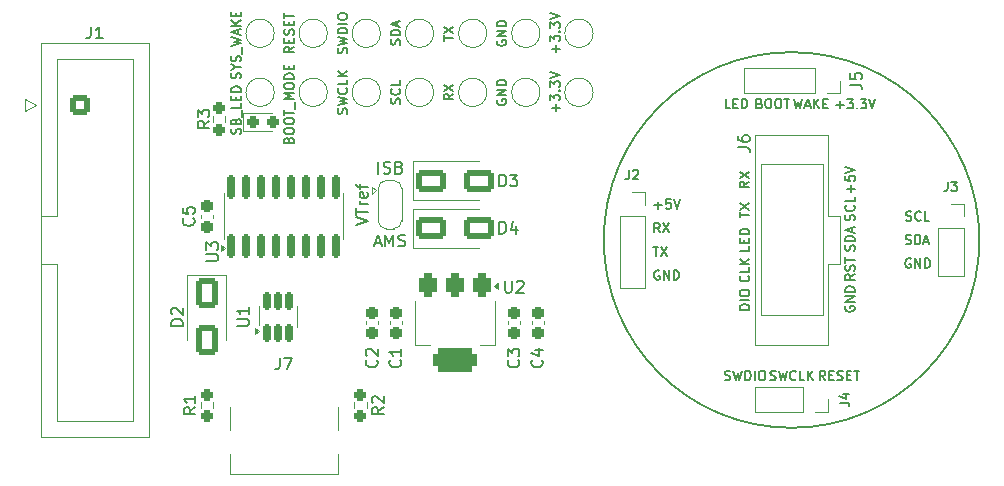
<source format=gbr>
%TF.GenerationSoftware,KiCad,Pcbnew,9.0.2-9.0.2-0~ubuntu24.04.1*%
%TF.CreationDate,2025-07-11T12:15:57+05:30*%
%TF.ProjectId,Programmer_rev01,50726f67-7261-46d6-9d65-725f72657630,rev?*%
%TF.SameCoordinates,Original*%
%TF.FileFunction,Legend,Top*%
%TF.FilePolarity,Positive*%
%FSLAX46Y46*%
G04 Gerber Fmt 4.6, Leading zero omitted, Abs format (unit mm)*
G04 Created by KiCad (PCBNEW 9.0.2-9.0.2-0~ubuntu24.04.1) date 2025-07-11 12:15:57*
%MOMM*%
%LPD*%
G01*
G04 APERTURE LIST*
G04 Aperture macros list*
%AMRoundRect*
0 Rectangle with rounded corners*
0 $1 Rounding radius*
0 $2 $3 $4 $5 $6 $7 $8 $9 X,Y pos of 4 corners*
0 Add a 4 corners polygon primitive as box body*
4,1,4,$2,$3,$4,$5,$6,$7,$8,$9,$2,$3,0*
0 Add four circle primitives for the rounded corners*
1,1,$1+$1,$2,$3*
1,1,$1+$1,$4,$5*
1,1,$1+$1,$6,$7*
1,1,$1+$1,$8,$9*
0 Add four rect primitives between the rounded corners*
20,1,$1+$1,$2,$3,$4,$5,0*
20,1,$1+$1,$4,$5,$6,$7,0*
20,1,$1+$1,$6,$7,$8,$9,0*
20,1,$1+$1,$8,$9,$2,$3,0*%
%AMFreePoly0*
4,1,23,0.550000,-0.750000,0.000000,-0.750000,0.000000,-0.745722,-0.065263,-0.745722,-0.191342,-0.711940,-0.304381,-0.646677,-0.396677,-0.554381,-0.461940,-0.441342,-0.495722,-0.315263,-0.495722,-0.250000,-0.500000,-0.250000,-0.500000,0.250000,-0.495722,0.250000,-0.495722,0.315263,-0.461940,0.441342,-0.396677,0.554381,-0.304381,0.646677,-0.191342,0.711940,-0.065263,0.745722,0.000000,0.745722,
0.000000,0.750000,0.550000,0.750000,0.550000,-0.750000,0.550000,-0.750000,$1*%
%AMFreePoly1*
4,1,23,0.000000,0.745722,0.065263,0.745722,0.191342,0.711940,0.304381,0.646677,0.396677,0.554381,0.461940,0.441342,0.495722,0.315263,0.495722,0.250000,0.500000,0.250000,0.500000,-0.250000,0.495722,-0.250000,0.495722,-0.315263,0.461940,-0.441342,0.396677,-0.554381,0.304381,-0.646677,0.191342,-0.711940,0.065263,-0.745722,0.000000,-0.745722,0.000000,-0.750000,-0.550000,-0.750000,
-0.550000,0.750000,0.000000,0.750000,0.000000,0.745722,0.000000,0.745722,$1*%
G04 Aperture macros list end*
%ADD10C,0.150000*%
%ADD11C,0.200000*%
%ADD12C,0.120000*%
%ADD13C,0.100000*%
%ADD14FreePoly0,270.000000*%
%ADD15R,1.500000X1.000000*%
%ADD16FreePoly1,270.000000*%
%ADD17RoundRect,0.250000X-1.000000X-0.650000X1.000000X-0.650000X1.000000X0.650000X-1.000000X0.650000X0*%
%ADD18RoundRect,0.250000X-0.650000X1.000000X-0.650000X-1.000000X0.650000X-1.000000X0.650000X1.000000X0*%
%ADD19RoundRect,0.237500X-0.287500X-0.237500X0.287500X-0.237500X0.287500X0.237500X-0.287500X0.237500X0*%
%ADD20C,2.000000*%
%ADD21C,1.350000*%
%ADD22R,1.350000X1.350000*%
%ADD23O,1.000000X1.800000*%
%ADD24O,1.000000X2.100000*%
%ADD25R,0.600000X1.240000*%
%ADD26R,0.300000X1.240000*%
%ADD27C,0.650000*%
%ADD28RoundRect,0.237500X-0.237500X0.250000X-0.237500X-0.250000X0.237500X-0.250000X0.237500X0.250000X0*%
%ADD29RoundRect,0.150000X0.150000X-0.825000X0.150000X0.825000X-0.150000X0.825000X-0.150000X-0.825000X0*%
%ADD30RoundRect,0.375000X-0.375000X0.625000X-0.375000X-0.625000X0.375000X-0.625000X0.375000X0.625000X0*%
%ADD31RoundRect,0.500000X-1.400000X0.500000X-1.400000X-0.500000X1.400000X-0.500000X1.400000X0.500000X0*%
%ADD32RoundRect,0.162500X0.162500X-0.617500X0.162500X0.617500X-0.162500X0.617500X-0.162500X-0.617500X0*%
%ADD33RoundRect,0.237500X0.237500X-0.250000X0.237500X0.250000X-0.237500X0.250000X-0.237500X-0.250000X0*%
%ADD34R,1.700000X1.700000*%
%ADD35O,1.700000X1.700000*%
%ADD36RoundRect,0.250000X-0.600000X-0.600000X0.600000X-0.600000X0.600000X0.600000X-0.600000X0.600000X0*%
%ADD37C,1.700000*%
%ADD38RoundRect,0.237500X-0.237500X0.300000X-0.237500X-0.300000X0.237500X-0.300000X0.237500X0.300000X0*%
G04 APERTURE END LIST*
D10*
X79214286Y-100254104D02*
X79690476Y-100254104D01*
X79119048Y-100539819D02*
X79452381Y-99539819D01*
X79452381Y-99539819D02*
X79785714Y-100539819D01*
X80119048Y-100539819D02*
X80119048Y-99539819D01*
X80119048Y-99539819D02*
X80452381Y-100254104D01*
X80452381Y-100254104D02*
X80785714Y-99539819D01*
X80785714Y-99539819D02*
X80785714Y-100539819D01*
X81214286Y-100492200D02*
X81357143Y-100539819D01*
X81357143Y-100539819D02*
X81595238Y-100539819D01*
X81595238Y-100539819D02*
X81690476Y-100492200D01*
X81690476Y-100492200D02*
X81738095Y-100444580D01*
X81738095Y-100444580D02*
X81785714Y-100349342D01*
X81785714Y-100349342D02*
X81785714Y-100254104D01*
X81785714Y-100254104D02*
X81738095Y-100158866D01*
X81738095Y-100158866D02*
X81690476Y-100111247D01*
X81690476Y-100111247D02*
X81595238Y-100063628D01*
X81595238Y-100063628D02*
X81404762Y-100016009D01*
X81404762Y-100016009D02*
X81309524Y-99968390D01*
X81309524Y-99968390D02*
X81261905Y-99920771D01*
X81261905Y-99920771D02*
X81214286Y-99825533D01*
X81214286Y-99825533D02*
X81214286Y-99730295D01*
X81214286Y-99730295D02*
X81261905Y-99635057D01*
X81261905Y-99635057D02*
X81309524Y-99587438D01*
X81309524Y-99587438D02*
X81404762Y-99539819D01*
X81404762Y-99539819D02*
X81642857Y-99539819D01*
X81642857Y-99539819D02*
X81785714Y-99587438D01*
X77619819Y-98738095D02*
X78619819Y-98404762D01*
X78619819Y-98404762D02*
X77619819Y-98071429D01*
X77619819Y-97880952D02*
X77619819Y-97309524D01*
X78619819Y-97595238D02*
X77619819Y-97595238D01*
X78619819Y-96976190D02*
X77953152Y-96976190D01*
X78143628Y-96976190D02*
X78048390Y-96928571D01*
X78048390Y-96928571D02*
X78000771Y-96880952D01*
X78000771Y-96880952D02*
X77953152Y-96785714D01*
X77953152Y-96785714D02*
X77953152Y-96690476D01*
X78572200Y-95976190D02*
X78619819Y-96071428D01*
X78619819Y-96071428D02*
X78619819Y-96261904D01*
X78619819Y-96261904D02*
X78572200Y-96357142D01*
X78572200Y-96357142D02*
X78476961Y-96404761D01*
X78476961Y-96404761D02*
X78096009Y-96404761D01*
X78096009Y-96404761D02*
X78000771Y-96357142D01*
X78000771Y-96357142D02*
X77953152Y-96261904D01*
X77953152Y-96261904D02*
X77953152Y-96071428D01*
X77953152Y-96071428D02*
X78000771Y-95976190D01*
X78000771Y-95976190D02*
X78096009Y-95928571D01*
X78096009Y-95928571D02*
X78191247Y-95928571D01*
X78191247Y-95928571D02*
X78286485Y-96404761D01*
X77953152Y-95642856D02*
X77953152Y-95261904D01*
X78619819Y-95499999D02*
X77762676Y-95499999D01*
X77762676Y-95499999D02*
X77667438Y-95452380D01*
X77667438Y-95452380D02*
X77619819Y-95357142D01*
X77619819Y-95357142D02*
X77619819Y-95261904D01*
X79523810Y-94369819D02*
X79523810Y-93369819D01*
X79952381Y-94322200D02*
X80095238Y-94369819D01*
X80095238Y-94369819D02*
X80333333Y-94369819D01*
X80333333Y-94369819D02*
X80428571Y-94322200D01*
X80428571Y-94322200D02*
X80476190Y-94274580D01*
X80476190Y-94274580D02*
X80523809Y-94179342D01*
X80523809Y-94179342D02*
X80523809Y-94084104D01*
X80523809Y-94084104D02*
X80476190Y-93988866D01*
X80476190Y-93988866D02*
X80428571Y-93941247D01*
X80428571Y-93941247D02*
X80333333Y-93893628D01*
X80333333Y-93893628D02*
X80142857Y-93846009D01*
X80142857Y-93846009D02*
X80047619Y-93798390D01*
X80047619Y-93798390D02*
X80000000Y-93750771D01*
X80000000Y-93750771D02*
X79952381Y-93655533D01*
X79952381Y-93655533D02*
X79952381Y-93560295D01*
X79952381Y-93560295D02*
X80000000Y-93465057D01*
X80000000Y-93465057D02*
X80047619Y-93417438D01*
X80047619Y-93417438D02*
X80142857Y-93369819D01*
X80142857Y-93369819D02*
X80380952Y-93369819D01*
X80380952Y-93369819D02*
X80523809Y-93417438D01*
X81285714Y-93846009D02*
X81428571Y-93893628D01*
X81428571Y-93893628D02*
X81476190Y-93941247D01*
X81476190Y-93941247D02*
X81523809Y-94036485D01*
X81523809Y-94036485D02*
X81523809Y-94179342D01*
X81523809Y-94179342D02*
X81476190Y-94274580D01*
X81476190Y-94274580D02*
X81428571Y-94322200D01*
X81428571Y-94322200D02*
X81333333Y-94369819D01*
X81333333Y-94369819D02*
X80952381Y-94369819D01*
X80952381Y-94369819D02*
X80952381Y-93369819D01*
X80952381Y-93369819D02*
X81285714Y-93369819D01*
X81285714Y-93369819D02*
X81380952Y-93417438D01*
X81380952Y-93417438D02*
X81428571Y-93465057D01*
X81428571Y-93465057D02*
X81476190Y-93560295D01*
X81476190Y-93560295D02*
X81476190Y-93655533D01*
X81476190Y-93655533D02*
X81428571Y-93750771D01*
X81428571Y-93750771D02*
X81380952Y-93798390D01*
X81380952Y-93798390D02*
X81285714Y-93846009D01*
X81285714Y-93846009D02*
X80952381Y-93846009D01*
X124194172Y-98324200D02*
X124308458Y-98362295D01*
X124308458Y-98362295D02*
X124498934Y-98362295D01*
X124498934Y-98362295D02*
X124575125Y-98324200D01*
X124575125Y-98324200D02*
X124613220Y-98286104D01*
X124613220Y-98286104D02*
X124651315Y-98209914D01*
X124651315Y-98209914D02*
X124651315Y-98133723D01*
X124651315Y-98133723D02*
X124613220Y-98057533D01*
X124613220Y-98057533D02*
X124575125Y-98019438D01*
X124575125Y-98019438D02*
X124498934Y-97981342D01*
X124498934Y-97981342D02*
X124346553Y-97943247D01*
X124346553Y-97943247D02*
X124270363Y-97905152D01*
X124270363Y-97905152D02*
X124232268Y-97867057D01*
X124232268Y-97867057D02*
X124194172Y-97790866D01*
X124194172Y-97790866D02*
X124194172Y-97714676D01*
X124194172Y-97714676D02*
X124232268Y-97638485D01*
X124232268Y-97638485D02*
X124270363Y-97600390D01*
X124270363Y-97600390D02*
X124346553Y-97562295D01*
X124346553Y-97562295D02*
X124537030Y-97562295D01*
X124537030Y-97562295D02*
X124651315Y-97600390D01*
X125451316Y-98286104D02*
X125413220Y-98324200D01*
X125413220Y-98324200D02*
X125298935Y-98362295D01*
X125298935Y-98362295D02*
X125222744Y-98362295D01*
X125222744Y-98362295D02*
X125108458Y-98324200D01*
X125108458Y-98324200D02*
X125032268Y-98248009D01*
X125032268Y-98248009D02*
X124994173Y-98171819D01*
X124994173Y-98171819D02*
X124956077Y-98019438D01*
X124956077Y-98019438D02*
X124956077Y-97905152D01*
X124956077Y-97905152D02*
X124994173Y-97752771D01*
X124994173Y-97752771D02*
X125032268Y-97676580D01*
X125032268Y-97676580D02*
X125108458Y-97600390D01*
X125108458Y-97600390D02*
X125222744Y-97562295D01*
X125222744Y-97562295D02*
X125298935Y-97562295D01*
X125298935Y-97562295D02*
X125413220Y-97600390D01*
X125413220Y-97600390D02*
X125451316Y-97638485D01*
X126175125Y-98362295D02*
X125794173Y-98362295D01*
X125794173Y-98362295D02*
X125794173Y-97562295D01*
X102889160Y-97057533D02*
X103498684Y-97057533D01*
X103193922Y-97362295D02*
X103193922Y-96752771D01*
X104260588Y-96562295D02*
X103879636Y-96562295D01*
X103879636Y-96562295D02*
X103841540Y-96943247D01*
X103841540Y-96943247D02*
X103879636Y-96905152D01*
X103879636Y-96905152D02*
X103955826Y-96867057D01*
X103955826Y-96867057D02*
X104146302Y-96867057D01*
X104146302Y-96867057D02*
X104222493Y-96905152D01*
X104222493Y-96905152D02*
X104260588Y-96943247D01*
X104260588Y-96943247D02*
X104298683Y-97019438D01*
X104298683Y-97019438D02*
X104298683Y-97209914D01*
X104298683Y-97209914D02*
X104260588Y-97286104D01*
X104260588Y-97286104D02*
X104222493Y-97324200D01*
X104222493Y-97324200D02*
X104146302Y-97362295D01*
X104146302Y-97362295D02*
X103955826Y-97362295D01*
X103955826Y-97362295D02*
X103879636Y-97324200D01*
X103879636Y-97324200D02*
X103841540Y-97286104D01*
X104527255Y-96562295D02*
X104793922Y-97362295D01*
X104793922Y-97362295D02*
X105060588Y-96562295D01*
X103308207Y-102600390D02*
X103232017Y-102562295D01*
X103232017Y-102562295D02*
X103117731Y-102562295D01*
X103117731Y-102562295D02*
X103003445Y-102600390D01*
X103003445Y-102600390D02*
X102927255Y-102676580D01*
X102927255Y-102676580D02*
X102889160Y-102752771D01*
X102889160Y-102752771D02*
X102851064Y-102905152D01*
X102851064Y-102905152D02*
X102851064Y-103019438D01*
X102851064Y-103019438D02*
X102889160Y-103171819D01*
X102889160Y-103171819D02*
X102927255Y-103248009D01*
X102927255Y-103248009D02*
X103003445Y-103324200D01*
X103003445Y-103324200D02*
X103117731Y-103362295D01*
X103117731Y-103362295D02*
X103193922Y-103362295D01*
X103193922Y-103362295D02*
X103308207Y-103324200D01*
X103308207Y-103324200D02*
X103346303Y-103286104D01*
X103346303Y-103286104D02*
X103346303Y-103019438D01*
X103346303Y-103019438D02*
X103193922Y-103019438D01*
X103689160Y-103362295D02*
X103689160Y-102562295D01*
X103689160Y-102562295D02*
X104146303Y-103362295D01*
X104146303Y-103362295D02*
X104146303Y-102562295D01*
X104527255Y-103362295D02*
X104527255Y-102562295D01*
X104527255Y-102562295D02*
X104717731Y-102562295D01*
X104717731Y-102562295D02*
X104832017Y-102600390D01*
X104832017Y-102600390D02*
X104908207Y-102676580D01*
X104908207Y-102676580D02*
X104946302Y-102752771D01*
X104946302Y-102752771D02*
X104984398Y-102905152D01*
X104984398Y-102905152D02*
X104984398Y-103019438D01*
X104984398Y-103019438D02*
X104946302Y-103171819D01*
X104946302Y-103171819D02*
X104908207Y-103248009D01*
X104908207Y-103248009D02*
X104832017Y-103324200D01*
X104832017Y-103324200D02*
X104717731Y-103362295D01*
X104717731Y-103362295D02*
X104527255Y-103362295D01*
X110894295Y-100514285D02*
X110894295Y-100895237D01*
X110894295Y-100895237D02*
X110094295Y-100895237D01*
X110475247Y-100247618D02*
X110475247Y-99980952D01*
X110894295Y-99866666D02*
X110894295Y-100247618D01*
X110894295Y-100247618D02*
X110094295Y-100247618D01*
X110094295Y-100247618D02*
X110094295Y-99866666D01*
X110894295Y-99523808D02*
X110094295Y-99523808D01*
X110094295Y-99523808D02*
X110094295Y-99333332D01*
X110094295Y-99333332D02*
X110132390Y-99219046D01*
X110132390Y-99219046D02*
X110208580Y-99142856D01*
X110208580Y-99142856D02*
X110284771Y-99104761D01*
X110284771Y-99104761D02*
X110437152Y-99066665D01*
X110437152Y-99066665D02*
X110551438Y-99066665D01*
X110551438Y-99066665D02*
X110703819Y-99104761D01*
X110703819Y-99104761D02*
X110780009Y-99142856D01*
X110780009Y-99142856D02*
X110856200Y-99219046D01*
X110856200Y-99219046D02*
X110894295Y-99333332D01*
X110894295Y-99333332D02*
X110894295Y-99523808D01*
X119792200Y-98332381D02*
X119830295Y-98218095D01*
X119830295Y-98218095D02*
X119830295Y-98027619D01*
X119830295Y-98027619D02*
X119792200Y-97951428D01*
X119792200Y-97951428D02*
X119754104Y-97913333D01*
X119754104Y-97913333D02*
X119677914Y-97875238D01*
X119677914Y-97875238D02*
X119601723Y-97875238D01*
X119601723Y-97875238D02*
X119525533Y-97913333D01*
X119525533Y-97913333D02*
X119487438Y-97951428D01*
X119487438Y-97951428D02*
X119449342Y-98027619D01*
X119449342Y-98027619D02*
X119411247Y-98180000D01*
X119411247Y-98180000D02*
X119373152Y-98256190D01*
X119373152Y-98256190D02*
X119335057Y-98294285D01*
X119335057Y-98294285D02*
X119258866Y-98332381D01*
X119258866Y-98332381D02*
X119182676Y-98332381D01*
X119182676Y-98332381D02*
X119106485Y-98294285D01*
X119106485Y-98294285D02*
X119068390Y-98256190D01*
X119068390Y-98256190D02*
X119030295Y-98180000D01*
X119030295Y-98180000D02*
X119030295Y-97989523D01*
X119030295Y-97989523D02*
X119068390Y-97875238D01*
X119754104Y-97075237D02*
X119792200Y-97113333D01*
X119792200Y-97113333D02*
X119830295Y-97227618D01*
X119830295Y-97227618D02*
X119830295Y-97303809D01*
X119830295Y-97303809D02*
X119792200Y-97418095D01*
X119792200Y-97418095D02*
X119716009Y-97494285D01*
X119716009Y-97494285D02*
X119639819Y-97532380D01*
X119639819Y-97532380D02*
X119487438Y-97570476D01*
X119487438Y-97570476D02*
X119373152Y-97570476D01*
X119373152Y-97570476D02*
X119220771Y-97532380D01*
X119220771Y-97532380D02*
X119144580Y-97494285D01*
X119144580Y-97494285D02*
X119068390Y-97418095D01*
X119068390Y-97418095D02*
X119030295Y-97303809D01*
X119030295Y-97303809D02*
X119030295Y-97227618D01*
X119030295Y-97227618D02*
X119068390Y-97113333D01*
X119068390Y-97113333D02*
X119106485Y-97075237D01*
X119830295Y-96351428D02*
X119830295Y-96732380D01*
X119830295Y-96732380D02*
X119030295Y-96732380D01*
X117346303Y-111862295D02*
X117079636Y-111481342D01*
X116889160Y-111862295D02*
X116889160Y-111062295D01*
X116889160Y-111062295D02*
X117193922Y-111062295D01*
X117193922Y-111062295D02*
X117270112Y-111100390D01*
X117270112Y-111100390D02*
X117308207Y-111138485D01*
X117308207Y-111138485D02*
X117346303Y-111214676D01*
X117346303Y-111214676D02*
X117346303Y-111328961D01*
X117346303Y-111328961D02*
X117308207Y-111405152D01*
X117308207Y-111405152D02*
X117270112Y-111443247D01*
X117270112Y-111443247D02*
X117193922Y-111481342D01*
X117193922Y-111481342D02*
X116889160Y-111481342D01*
X117689160Y-111443247D02*
X117955826Y-111443247D01*
X118070112Y-111862295D02*
X117689160Y-111862295D01*
X117689160Y-111862295D02*
X117689160Y-111062295D01*
X117689160Y-111062295D02*
X118070112Y-111062295D01*
X118374874Y-111824200D02*
X118489160Y-111862295D01*
X118489160Y-111862295D02*
X118679636Y-111862295D01*
X118679636Y-111862295D02*
X118755827Y-111824200D01*
X118755827Y-111824200D02*
X118793922Y-111786104D01*
X118793922Y-111786104D02*
X118832017Y-111709914D01*
X118832017Y-111709914D02*
X118832017Y-111633723D01*
X118832017Y-111633723D02*
X118793922Y-111557533D01*
X118793922Y-111557533D02*
X118755827Y-111519438D01*
X118755827Y-111519438D02*
X118679636Y-111481342D01*
X118679636Y-111481342D02*
X118527255Y-111443247D01*
X118527255Y-111443247D02*
X118451065Y-111405152D01*
X118451065Y-111405152D02*
X118412970Y-111367057D01*
X118412970Y-111367057D02*
X118374874Y-111290866D01*
X118374874Y-111290866D02*
X118374874Y-111214676D01*
X118374874Y-111214676D02*
X118412970Y-111138485D01*
X118412970Y-111138485D02*
X118451065Y-111100390D01*
X118451065Y-111100390D02*
X118527255Y-111062295D01*
X118527255Y-111062295D02*
X118717732Y-111062295D01*
X118717732Y-111062295D02*
X118832017Y-111100390D01*
X119174875Y-111443247D02*
X119441541Y-111443247D01*
X119555827Y-111862295D02*
X119174875Y-111862295D01*
X119174875Y-111862295D02*
X119174875Y-111062295D01*
X119174875Y-111062295D02*
X119555827Y-111062295D01*
X119784399Y-111062295D02*
X120241542Y-111062295D01*
X120012970Y-111862295D02*
X120012970Y-111062295D01*
X110894295Y-95053332D02*
X110513342Y-95319999D01*
X110894295Y-95510475D02*
X110094295Y-95510475D01*
X110094295Y-95510475D02*
X110094295Y-95205713D01*
X110094295Y-95205713D02*
X110132390Y-95129523D01*
X110132390Y-95129523D02*
X110170485Y-95091428D01*
X110170485Y-95091428D02*
X110246676Y-95053332D01*
X110246676Y-95053332D02*
X110360961Y-95053332D01*
X110360961Y-95053332D02*
X110437152Y-95091428D01*
X110437152Y-95091428D02*
X110475247Y-95129523D01*
X110475247Y-95129523D02*
X110513342Y-95205713D01*
X110513342Y-95205713D02*
X110513342Y-95510475D01*
X110094295Y-94786666D02*
X110894295Y-94253332D01*
X110094295Y-94253332D02*
X110894295Y-94786666D01*
X119830295Y-102898094D02*
X119449342Y-103164761D01*
X119830295Y-103355237D02*
X119030295Y-103355237D01*
X119030295Y-103355237D02*
X119030295Y-103050475D01*
X119030295Y-103050475D02*
X119068390Y-102974285D01*
X119068390Y-102974285D02*
X119106485Y-102936190D01*
X119106485Y-102936190D02*
X119182676Y-102898094D01*
X119182676Y-102898094D02*
X119296961Y-102898094D01*
X119296961Y-102898094D02*
X119373152Y-102936190D01*
X119373152Y-102936190D02*
X119411247Y-102974285D01*
X119411247Y-102974285D02*
X119449342Y-103050475D01*
X119449342Y-103050475D02*
X119449342Y-103355237D01*
X119792200Y-102593333D02*
X119830295Y-102479047D01*
X119830295Y-102479047D02*
X119830295Y-102288571D01*
X119830295Y-102288571D02*
X119792200Y-102212380D01*
X119792200Y-102212380D02*
X119754104Y-102174285D01*
X119754104Y-102174285D02*
X119677914Y-102136190D01*
X119677914Y-102136190D02*
X119601723Y-102136190D01*
X119601723Y-102136190D02*
X119525533Y-102174285D01*
X119525533Y-102174285D02*
X119487438Y-102212380D01*
X119487438Y-102212380D02*
X119449342Y-102288571D01*
X119449342Y-102288571D02*
X119411247Y-102440952D01*
X119411247Y-102440952D02*
X119373152Y-102517142D01*
X119373152Y-102517142D02*
X119335057Y-102555237D01*
X119335057Y-102555237D02*
X119258866Y-102593333D01*
X119258866Y-102593333D02*
X119182676Y-102593333D01*
X119182676Y-102593333D02*
X119106485Y-102555237D01*
X119106485Y-102555237D02*
X119068390Y-102517142D01*
X119068390Y-102517142D02*
X119030295Y-102440952D01*
X119030295Y-102440952D02*
X119030295Y-102250475D01*
X119030295Y-102250475D02*
X119068390Y-102136190D01*
X119030295Y-101907618D02*
X119030295Y-101450475D01*
X119830295Y-101679047D02*
X119030295Y-101679047D01*
X124572744Y-101600390D02*
X124496554Y-101562295D01*
X124496554Y-101562295D02*
X124382268Y-101562295D01*
X124382268Y-101562295D02*
X124267982Y-101600390D01*
X124267982Y-101600390D02*
X124191792Y-101676580D01*
X124191792Y-101676580D02*
X124153697Y-101752771D01*
X124153697Y-101752771D02*
X124115601Y-101905152D01*
X124115601Y-101905152D02*
X124115601Y-102019438D01*
X124115601Y-102019438D02*
X124153697Y-102171819D01*
X124153697Y-102171819D02*
X124191792Y-102248009D01*
X124191792Y-102248009D02*
X124267982Y-102324200D01*
X124267982Y-102324200D02*
X124382268Y-102362295D01*
X124382268Y-102362295D02*
X124458459Y-102362295D01*
X124458459Y-102362295D02*
X124572744Y-102324200D01*
X124572744Y-102324200D02*
X124610840Y-102286104D01*
X124610840Y-102286104D02*
X124610840Y-102019438D01*
X124610840Y-102019438D02*
X124458459Y-102019438D01*
X124953697Y-102362295D02*
X124953697Y-101562295D01*
X124953697Y-101562295D02*
X125410840Y-102362295D01*
X125410840Y-102362295D02*
X125410840Y-101562295D01*
X125791792Y-102362295D02*
X125791792Y-101562295D01*
X125791792Y-101562295D02*
X125982268Y-101562295D01*
X125982268Y-101562295D02*
X126096554Y-101600390D01*
X126096554Y-101600390D02*
X126172744Y-101676580D01*
X126172744Y-101676580D02*
X126210839Y-101752771D01*
X126210839Y-101752771D02*
X126248935Y-101905152D01*
X126248935Y-101905152D02*
X126248935Y-102019438D01*
X126248935Y-102019438D02*
X126210839Y-102171819D01*
X126210839Y-102171819D02*
X126172744Y-102248009D01*
X126172744Y-102248009D02*
X126096554Y-102324200D01*
X126096554Y-102324200D02*
X125982268Y-102362295D01*
X125982268Y-102362295D02*
X125791792Y-102362295D01*
X110894295Y-105899046D02*
X110094295Y-105899046D01*
X110094295Y-105899046D02*
X110094295Y-105708570D01*
X110094295Y-105708570D02*
X110132390Y-105594284D01*
X110132390Y-105594284D02*
X110208580Y-105518094D01*
X110208580Y-105518094D02*
X110284771Y-105479999D01*
X110284771Y-105479999D02*
X110437152Y-105441903D01*
X110437152Y-105441903D02*
X110551438Y-105441903D01*
X110551438Y-105441903D02*
X110703819Y-105479999D01*
X110703819Y-105479999D02*
X110780009Y-105518094D01*
X110780009Y-105518094D02*
X110856200Y-105594284D01*
X110856200Y-105594284D02*
X110894295Y-105708570D01*
X110894295Y-105708570D02*
X110894295Y-105899046D01*
X110894295Y-105099046D02*
X110094295Y-105099046D01*
X110094295Y-104565713D02*
X110094295Y-104413332D01*
X110094295Y-104413332D02*
X110132390Y-104337142D01*
X110132390Y-104337142D02*
X110208580Y-104260951D01*
X110208580Y-104260951D02*
X110360961Y-104222856D01*
X110360961Y-104222856D02*
X110627628Y-104222856D01*
X110627628Y-104222856D02*
X110780009Y-104260951D01*
X110780009Y-104260951D02*
X110856200Y-104337142D01*
X110856200Y-104337142D02*
X110894295Y-104413332D01*
X110894295Y-104413332D02*
X110894295Y-104565713D01*
X110894295Y-104565713D02*
X110856200Y-104641904D01*
X110856200Y-104641904D02*
X110780009Y-104718094D01*
X110780009Y-104718094D02*
X110627628Y-104756190D01*
X110627628Y-104756190D02*
X110360961Y-104756190D01*
X110360961Y-104756190D02*
X110208580Y-104718094D01*
X110208580Y-104718094D02*
X110132390Y-104641904D01*
X110132390Y-104641904D02*
X110094295Y-104565713D01*
X109301315Y-88862295D02*
X108920363Y-88862295D01*
X108920363Y-88862295D02*
X108920363Y-88062295D01*
X109567982Y-88443247D02*
X109834648Y-88443247D01*
X109948934Y-88862295D02*
X109567982Y-88862295D01*
X109567982Y-88862295D02*
X109567982Y-88062295D01*
X109567982Y-88062295D02*
X109948934Y-88062295D01*
X110291792Y-88862295D02*
X110291792Y-88062295D01*
X110291792Y-88062295D02*
X110482268Y-88062295D01*
X110482268Y-88062295D02*
X110596554Y-88100390D01*
X110596554Y-88100390D02*
X110672744Y-88176580D01*
X110672744Y-88176580D02*
X110710839Y-88252771D01*
X110710839Y-88252771D02*
X110748935Y-88405152D01*
X110748935Y-88405152D02*
X110748935Y-88519438D01*
X110748935Y-88519438D02*
X110710839Y-88671819D01*
X110710839Y-88671819D02*
X110672744Y-88748009D01*
X110672744Y-88748009D02*
X110596554Y-88824200D01*
X110596554Y-88824200D02*
X110482268Y-88862295D01*
X110482268Y-88862295D02*
X110291792Y-88862295D01*
X119068390Y-105609523D02*
X119030295Y-105685713D01*
X119030295Y-105685713D02*
X119030295Y-105799999D01*
X119030295Y-105799999D02*
X119068390Y-105914285D01*
X119068390Y-105914285D02*
X119144580Y-105990475D01*
X119144580Y-105990475D02*
X119220771Y-106028570D01*
X119220771Y-106028570D02*
X119373152Y-106066666D01*
X119373152Y-106066666D02*
X119487438Y-106066666D01*
X119487438Y-106066666D02*
X119639819Y-106028570D01*
X119639819Y-106028570D02*
X119716009Y-105990475D01*
X119716009Y-105990475D02*
X119792200Y-105914285D01*
X119792200Y-105914285D02*
X119830295Y-105799999D01*
X119830295Y-105799999D02*
X119830295Y-105723808D01*
X119830295Y-105723808D02*
X119792200Y-105609523D01*
X119792200Y-105609523D02*
X119754104Y-105571427D01*
X119754104Y-105571427D02*
X119487438Y-105571427D01*
X119487438Y-105571427D02*
X119487438Y-105723808D01*
X119830295Y-105228570D02*
X119030295Y-105228570D01*
X119030295Y-105228570D02*
X119830295Y-104771427D01*
X119830295Y-104771427D02*
X119030295Y-104771427D01*
X119830295Y-104390475D02*
X119030295Y-104390475D01*
X119030295Y-104390475D02*
X119030295Y-104199999D01*
X119030295Y-104199999D02*
X119068390Y-104085713D01*
X119068390Y-104085713D02*
X119144580Y-104009523D01*
X119144580Y-104009523D02*
X119220771Y-103971428D01*
X119220771Y-103971428D02*
X119373152Y-103933332D01*
X119373152Y-103933332D02*
X119487438Y-103933332D01*
X119487438Y-103933332D02*
X119639819Y-103971428D01*
X119639819Y-103971428D02*
X119716009Y-104009523D01*
X119716009Y-104009523D02*
X119792200Y-104085713D01*
X119792200Y-104085713D02*
X119830295Y-104199999D01*
X119830295Y-104199999D02*
X119830295Y-104390475D01*
X119792200Y-100891428D02*
X119830295Y-100777142D01*
X119830295Y-100777142D02*
X119830295Y-100586666D01*
X119830295Y-100586666D02*
X119792200Y-100510475D01*
X119792200Y-100510475D02*
X119754104Y-100472380D01*
X119754104Y-100472380D02*
X119677914Y-100434285D01*
X119677914Y-100434285D02*
X119601723Y-100434285D01*
X119601723Y-100434285D02*
X119525533Y-100472380D01*
X119525533Y-100472380D02*
X119487438Y-100510475D01*
X119487438Y-100510475D02*
X119449342Y-100586666D01*
X119449342Y-100586666D02*
X119411247Y-100739047D01*
X119411247Y-100739047D02*
X119373152Y-100815237D01*
X119373152Y-100815237D02*
X119335057Y-100853332D01*
X119335057Y-100853332D02*
X119258866Y-100891428D01*
X119258866Y-100891428D02*
X119182676Y-100891428D01*
X119182676Y-100891428D02*
X119106485Y-100853332D01*
X119106485Y-100853332D02*
X119068390Y-100815237D01*
X119068390Y-100815237D02*
X119030295Y-100739047D01*
X119030295Y-100739047D02*
X119030295Y-100548570D01*
X119030295Y-100548570D02*
X119068390Y-100434285D01*
X119830295Y-100091427D02*
X119030295Y-100091427D01*
X119030295Y-100091427D02*
X119030295Y-99900951D01*
X119030295Y-99900951D02*
X119068390Y-99786665D01*
X119068390Y-99786665D02*
X119144580Y-99710475D01*
X119144580Y-99710475D02*
X119220771Y-99672380D01*
X119220771Y-99672380D02*
X119373152Y-99634284D01*
X119373152Y-99634284D02*
X119487438Y-99634284D01*
X119487438Y-99634284D02*
X119639819Y-99672380D01*
X119639819Y-99672380D02*
X119716009Y-99710475D01*
X119716009Y-99710475D02*
X119792200Y-99786665D01*
X119792200Y-99786665D02*
X119830295Y-99900951D01*
X119830295Y-99900951D02*
X119830295Y-100091427D01*
X119601723Y-99329523D02*
X119601723Y-98948570D01*
X119830295Y-99405713D02*
X119030295Y-99139046D01*
X119030295Y-99139046D02*
X119830295Y-98872380D01*
X110818104Y-103016189D02*
X110856200Y-103054285D01*
X110856200Y-103054285D02*
X110894295Y-103168570D01*
X110894295Y-103168570D02*
X110894295Y-103244761D01*
X110894295Y-103244761D02*
X110856200Y-103359047D01*
X110856200Y-103359047D02*
X110780009Y-103435237D01*
X110780009Y-103435237D02*
X110703819Y-103473332D01*
X110703819Y-103473332D02*
X110551438Y-103511428D01*
X110551438Y-103511428D02*
X110437152Y-103511428D01*
X110437152Y-103511428D02*
X110284771Y-103473332D01*
X110284771Y-103473332D02*
X110208580Y-103435237D01*
X110208580Y-103435237D02*
X110132390Y-103359047D01*
X110132390Y-103359047D02*
X110094295Y-103244761D01*
X110094295Y-103244761D02*
X110094295Y-103168570D01*
X110094295Y-103168570D02*
X110132390Y-103054285D01*
X110132390Y-103054285D02*
X110170485Y-103016189D01*
X110894295Y-102292380D02*
X110894295Y-102673332D01*
X110894295Y-102673332D02*
X110094295Y-102673332D01*
X110894295Y-102025713D02*
X110094295Y-102025713D01*
X110894295Y-101568570D02*
X110437152Y-101911428D01*
X110094295Y-101568570D02*
X110551438Y-102025713D01*
X112690475Y-111824200D02*
X112804761Y-111862295D01*
X112804761Y-111862295D02*
X112995237Y-111862295D01*
X112995237Y-111862295D02*
X113071428Y-111824200D01*
X113071428Y-111824200D02*
X113109523Y-111786104D01*
X113109523Y-111786104D02*
X113147618Y-111709914D01*
X113147618Y-111709914D02*
X113147618Y-111633723D01*
X113147618Y-111633723D02*
X113109523Y-111557533D01*
X113109523Y-111557533D02*
X113071428Y-111519438D01*
X113071428Y-111519438D02*
X112995237Y-111481342D01*
X112995237Y-111481342D02*
X112842856Y-111443247D01*
X112842856Y-111443247D02*
X112766666Y-111405152D01*
X112766666Y-111405152D02*
X112728571Y-111367057D01*
X112728571Y-111367057D02*
X112690475Y-111290866D01*
X112690475Y-111290866D02*
X112690475Y-111214676D01*
X112690475Y-111214676D02*
X112728571Y-111138485D01*
X112728571Y-111138485D02*
X112766666Y-111100390D01*
X112766666Y-111100390D02*
X112842856Y-111062295D01*
X112842856Y-111062295D02*
X113033333Y-111062295D01*
X113033333Y-111062295D02*
X113147618Y-111100390D01*
X113414285Y-111062295D02*
X113604761Y-111862295D01*
X113604761Y-111862295D02*
X113757142Y-111290866D01*
X113757142Y-111290866D02*
X113909523Y-111862295D01*
X113909523Y-111862295D02*
X114100000Y-111062295D01*
X114861905Y-111786104D02*
X114823809Y-111824200D01*
X114823809Y-111824200D02*
X114709524Y-111862295D01*
X114709524Y-111862295D02*
X114633333Y-111862295D01*
X114633333Y-111862295D02*
X114519047Y-111824200D01*
X114519047Y-111824200D02*
X114442857Y-111748009D01*
X114442857Y-111748009D02*
X114404762Y-111671819D01*
X114404762Y-111671819D02*
X114366666Y-111519438D01*
X114366666Y-111519438D02*
X114366666Y-111405152D01*
X114366666Y-111405152D02*
X114404762Y-111252771D01*
X114404762Y-111252771D02*
X114442857Y-111176580D01*
X114442857Y-111176580D02*
X114519047Y-111100390D01*
X114519047Y-111100390D02*
X114633333Y-111062295D01*
X114633333Y-111062295D02*
X114709524Y-111062295D01*
X114709524Y-111062295D02*
X114823809Y-111100390D01*
X114823809Y-111100390D02*
X114861905Y-111138485D01*
X115585714Y-111862295D02*
X115204762Y-111862295D01*
X115204762Y-111862295D02*
X115204762Y-111062295D01*
X115852381Y-111862295D02*
X115852381Y-111062295D01*
X116309524Y-111862295D02*
X115966666Y-111405152D01*
X116309524Y-111062295D02*
X115852381Y-111519438D01*
X124156077Y-100324200D02*
X124270363Y-100362295D01*
X124270363Y-100362295D02*
X124460839Y-100362295D01*
X124460839Y-100362295D02*
X124537030Y-100324200D01*
X124537030Y-100324200D02*
X124575125Y-100286104D01*
X124575125Y-100286104D02*
X124613220Y-100209914D01*
X124613220Y-100209914D02*
X124613220Y-100133723D01*
X124613220Y-100133723D02*
X124575125Y-100057533D01*
X124575125Y-100057533D02*
X124537030Y-100019438D01*
X124537030Y-100019438D02*
X124460839Y-99981342D01*
X124460839Y-99981342D02*
X124308458Y-99943247D01*
X124308458Y-99943247D02*
X124232268Y-99905152D01*
X124232268Y-99905152D02*
X124194173Y-99867057D01*
X124194173Y-99867057D02*
X124156077Y-99790866D01*
X124156077Y-99790866D02*
X124156077Y-99714676D01*
X124156077Y-99714676D02*
X124194173Y-99638485D01*
X124194173Y-99638485D02*
X124232268Y-99600390D01*
X124232268Y-99600390D02*
X124308458Y-99562295D01*
X124308458Y-99562295D02*
X124498935Y-99562295D01*
X124498935Y-99562295D02*
X124613220Y-99600390D01*
X124956078Y-100362295D02*
X124956078Y-99562295D01*
X124956078Y-99562295D02*
X125146554Y-99562295D01*
X125146554Y-99562295D02*
X125260840Y-99600390D01*
X125260840Y-99600390D02*
X125337030Y-99676580D01*
X125337030Y-99676580D02*
X125375125Y-99752771D01*
X125375125Y-99752771D02*
X125413221Y-99905152D01*
X125413221Y-99905152D02*
X125413221Y-100019438D01*
X125413221Y-100019438D02*
X125375125Y-100171819D01*
X125375125Y-100171819D02*
X125337030Y-100248009D01*
X125337030Y-100248009D02*
X125260840Y-100324200D01*
X125260840Y-100324200D02*
X125146554Y-100362295D01*
X125146554Y-100362295D02*
X124956078Y-100362295D01*
X125717982Y-100133723D02*
X126098935Y-100133723D01*
X125641792Y-100362295D02*
X125908459Y-99562295D01*
X125908459Y-99562295D02*
X126175125Y-100362295D01*
X119525533Y-95948570D02*
X119525533Y-95339047D01*
X119830295Y-95643808D02*
X119220771Y-95643808D01*
X119030295Y-94577142D02*
X119030295Y-94958094D01*
X119030295Y-94958094D02*
X119411247Y-94996190D01*
X119411247Y-94996190D02*
X119373152Y-94958094D01*
X119373152Y-94958094D02*
X119335057Y-94881904D01*
X119335057Y-94881904D02*
X119335057Y-94691428D01*
X119335057Y-94691428D02*
X119373152Y-94615237D01*
X119373152Y-94615237D02*
X119411247Y-94577142D01*
X119411247Y-94577142D02*
X119487438Y-94539047D01*
X119487438Y-94539047D02*
X119677914Y-94539047D01*
X119677914Y-94539047D02*
X119754104Y-94577142D01*
X119754104Y-94577142D02*
X119792200Y-94615237D01*
X119792200Y-94615237D02*
X119830295Y-94691428D01*
X119830295Y-94691428D02*
X119830295Y-94881904D01*
X119830295Y-94881904D02*
X119792200Y-94958094D01*
X119792200Y-94958094D02*
X119754104Y-94996190D01*
X119030295Y-94310475D02*
X119830295Y-94043808D01*
X119830295Y-94043808D02*
X119030295Y-93777142D01*
X102774874Y-100562295D02*
X103232017Y-100562295D01*
X103003445Y-101362295D02*
X103003445Y-100562295D01*
X103422493Y-100562295D02*
X103955827Y-101362295D01*
X103955827Y-100562295D02*
X103422493Y-101362295D01*
X114712969Y-88062295D02*
X114903445Y-88862295D01*
X114903445Y-88862295D02*
X115055826Y-88290866D01*
X115055826Y-88290866D02*
X115208207Y-88862295D01*
X115208207Y-88862295D02*
X115398684Y-88062295D01*
X115665350Y-88633723D02*
X116046303Y-88633723D01*
X115589160Y-88862295D02*
X115855827Y-88062295D01*
X115855827Y-88062295D02*
X116122493Y-88862295D01*
X116389160Y-88862295D02*
X116389160Y-88062295D01*
X116846303Y-88862295D02*
X116503445Y-88405152D01*
X116846303Y-88062295D02*
X116389160Y-88519438D01*
X117189160Y-88443247D02*
X117455826Y-88443247D01*
X117570112Y-88862295D02*
X117189160Y-88862295D01*
X117189160Y-88862295D02*
X117189160Y-88062295D01*
X117189160Y-88062295D02*
X117570112Y-88062295D01*
X110094295Y-98069523D02*
X110094295Y-97612380D01*
X110894295Y-97840952D02*
X110094295Y-97840952D01*
X110094295Y-97421904D02*
X110894295Y-96888570D01*
X110094295Y-96888570D02*
X110894295Y-97421904D01*
X118289160Y-88557533D02*
X118898684Y-88557533D01*
X118593922Y-88862295D02*
X118593922Y-88252771D01*
X119203445Y-88062295D02*
X119698683Y-88062295D01*
X119698683Y-88062295D02*
X119432017Y-88367057D01*
X119432017Y-88367057D02*
X119546302Y-88367057D01*
X119546302Y-88367057D02*
X119622493Y-88405152D01*
X119622493Y-88405152D02*
X119660588Y-88443247D01*
X119660588Y-88443247D02*
X119698683Y-88519438D01*
X119698683Y-88519438D02*
X119698683Y-88709914D01*
X119698683Y-88709914D02*
X119660588Y-88786104D01*
X119660588Y-88786104D02*
X119622493Y-88824200D01*
X119622493Y-88824200D02*
X119546302Y-88862295D01*
X119546302Y-88862295D02*
X119317731Y-88862295D01*
X119317731Y-88862295D02*
X119241540Y-88824200D01*
X119241540Y-88824200D02*
X119203445Y-88786104D01*
X120041541Y-88786104D02*
X120079636Y-88824200D01*
X120079636Y-88824200D02*
X120041541Y-88862295D01*
X120041541Y-88862295D02*
X120003445Y-88824200D01*
X120003445Y-88824200D02*
X120041541Y-88786104D01*
X120041541Y-88786104D02*
X120041541Y-88862295D01*
X120346302Y-88062295D02*
X120841540Y-88062295D01*
X120841540Y-88062295D02*
X120574874Y-88367057D01*
X120574874Y-88367057D02*
X120689159Y-88367057D01*
X120689159Y-88367057D02*
X120765350Y-88405152D01*
X120765350Y-88405152D02*
X120803445Y-88443247D01*
X120803445Y-88443247D02*
X120841540Y-88519438D01*
X120841540Y-88519438D02*
X120841540Y-88709914D01*
X120841540Y-88709914D02*
X120803445Y-88786104D01*
X120803445Y-88786104D02*
X120765350Y-88824200D01*
X120765350Y-88824200D02*
X120689159Y-88862295D01*
X120689159Y-88862295D02*
X120460588Y-88862295D01*
X120460588Y-88862295D02*
X120384397Y-88824200D01*
X120384397Y-88824200D02*
X120346302Y-88786104D01*
X121070112Y-88062295D02*
X121336779Y-88862295D01*
X121336779Y-88862295D02*
X121603445Y-88062295D01*
X111772744Y-88443247D02*
X111887030Y-88481342D01*
X111887030Y-88481342D02*
X111925125Y-88519438D01*
X111925125Y-88519438D02*
X111963221Y-88595628D01*
X111963221Y-88595628D02*
X111963221Y-88709914D01*
X111963221Y-88709914D02*
X111925125Y-88786104D01*
X111925125Y-88786104D02*
X111887030Y-88824200D01*
X111887030Y-88824200D02*
X111810840Y-88862295D01*
X111810840Y-88862295D02*
X111506078Y-88862295D01*
X111506078Y-88862295D02*
X111506078Y-88062295D01*
X111506078Y-88062295D02*
X111772744Y-88062295D01*
X111772744Y-88062295D02*
X111848935Y-88100390D01*
X111848935Y-88100390D02*
X111887030Y-88138485D01*
X111887030Y-88138485D02*
X111925125Y-88214676D01*
X111925125Y-88214676D02*
X111925125Y-88290866D01*
X111925125Y-88290866D02*
X111887030Y-88367057D01*
X111887030Y-88367057D02*
X111848935Y-88405152D01*
X111848935Y-88405152D02*
X111772744Y-88443247D01*
X111772744Y-88443247D02*
X111506078Y-88443247D01*
X112458459Y-88062295D02*
X112610840Y-88062295D01*
X112610840Y-88062295D02*
X112687030Y-88100390D01*
X112687030Y-88100390D02*
X112763221Y-88176580D01*
X112763221Y-88176580D02*
X112801316Y-88328961D01*
X112801316Y-88328961D02*
X112801316Y-88595628D01*
X112801316Y-88595628D02*
X112763221Y-88748009D01*
X112763221Y-88748009D02*
X112687030Y-88824200D01*
X112687030Y-88824200D02*
X112610840Y-88862295D01*
X112610840Y-88862295D02*
X112458459Y-88862295D01*
X112458459Y-88862295D02*
X112382268Y-88824200D01*
X112382268Y-88824200D02*
X112306078Y-88748009D01*
X112306078Y-88748009D02*
X112267982Y-88595628D01*
X112267982Y-88595628D02*
X112267982Y-88328961D01*
X112267982Y-88328961D02*
X112306078Y-88176580D01*
X112306078Y-88176580D02*
X112382268Y-88100390D01*
X112382268Y-88100390D02*
X112458459Y-88062295D01*
X113296554Y-88062295D02*
X113448935Y-88062295D01*
X113448935Y-88062295D02*
X113525125Y-88100390D01*
X113525125Y-88100390D02*
X113601316Y-88176580D01*
X113601316Y-88176580D02*
X113639411Y-88328961D01*
X113639411Y-88328961D02*
X113639411Y-88595628D01*
X113639411Y-88595628D02*
X113601316Y-88748009D01*
X113601316Y-88748009D02*
X113525125Y-88824200D01*
X113525125Y-88824200D02*
X113448935Y-88862295D01*
X113448935Y-88862295D02*
X113296554Y-88862295D01*
X113296554Y-88862295D02*
X113220363Y-88824200D01*
X113220363Y-88824200D02*
X113144173Y-88748009D01*
X113144173Y-88748009D02*
X113106077Y-88595628D01*
X113106077Y-88595628D02*
X113106077Y-88328961D01*
X113106077Y-88328961D02*
X113144173Y-88176580D01*
X113144173Y-88176580D02*
X113220363Y-88100390D01*
X113220363Y-88100390D02*
X113296554Y-88062295D01*
X113867982Y-88062295D02*
X114325125Y-88062295D01*
X114096553Y-88862295D02*
X114096553Y-88062295D01*
X108858458Y-111824200D02*
X108972744Y-111862295D01*
X108972744Y-111862295D02*
X109163220Y-111862295D01*
X109163220Y-111862295D02*
X109239411Y-111824200D01*
X109239411Y-111824200D02*
X109277506Y-111786104D01*
X109277506Y-111786104D02*
X109315601Y-111709914D01*
X109315601Y-111709914D02*
X109315601Y-111633723D01*
X109315601Y-111633723D02*
X109277506Y-111557533D01*
X109277506Y-111557533D02*
X109239411Y-111519438D01*
X109239411Y-111519438D02*
X109163220Y-111481342D01*
X109163220Y-111481342D02*
X109010839Y-111443247D01*
X109010839Y-111443247D02*
X108934649Y-111405152D01*
X108934649Y-111405152D02*
X108896554Y-111367057D01*
X108896554Y-111367057D02*
X108858458Y-111290866D01*
X108858458Y-111290866D02*
X108858458Y-111214676D01*
X108858458Y-111214676D02*
X108896554Y-111138485D01*
X108896554Y-111138485D02*
X108934649Y-111100390D01*
X108934649Y-111100390D02*
X109010839Y-111062295D01*
X109010839Y-111062295D02*
X109201316Y-111062295D01*
X109201316Y-111062295D02*
X109315601Y-111100390D01*
X109582268Y-111062295D02*
X109772744Y-111862295D01*
X109772744Y-111862295D02*
X109925125Y-111290866D01*
X109925125Y-111290866D02*
X110077506Y-111862295D01*
X110077506Y-111862295D02*
X110267983Y-111062295D01*
X110572745Y-111862295D02*
X110572745Y-111062295D01*
X110572745Y-111062295D02*
X110763221Y-111062295D01*
X110763221Y-111062295D02*
X110877507Y-111100390D01*
X110877507Y-111100390D02*
X110953697Y-111176580D01*
X110953697Y-111176580D02*
X110991792Y-111252771D01*
X110991792Y-111252771D02*
X111029888Y-111405152D01*
X111029888Y-111405152D02*
X111029888Y-111519438D01*
X111029888Y-111519438D02*
X110991792Y-111671819D01*
X110991792Y-111671819D02*
X110953697Y-111748009D01*
X110953697Y-111748009D02*
X110877507Y-111824200D01*
X110877507Y-111824200D02*
X110763221Y-111862295D01*
X110763221Y-111862295D02*
X110572745Y-111862295D01*
X111372745Y-111862295D02*
X111372745Y-111062295D01*
X111906078Y-111062295D02*
X112058459Y-111062295D01*
X112058459Y-111062295D02*
X112134649Y-111100390D01*
X112134649Y-111100390D02*
X112210840Y-111176580D01*
X112210840Y-111176580D02*
X112248935Y-111328961D01*
X112248935Y-111328961D02*
X112248935Y-111595628D01*
X112248935Y-111595628D02*
X112210840Y-111748009D01*
X112210840Y-111748009D02*
X112134649Y-111824200D01*
X112134649Y-111824200D02*
X112058459Y-111862295D01*
X112058459Y-111862295D02*
X111906078Y-111862295D01*
X111906078Y-111862295D02*
X111829887Y-111824200D01*
X111829887Y-111824200D02*
X111753697Y-111748009D01*
X111753697Y-111748009D02*
X111715601Y-111595628D01*
X111715601Y-111595628D02*
X111715601Y-111328961D01*
X111715601Y-111328961D02*
X111753697Y-111176580D01*
X111753697Y-111176580D02*
X111829887Y-111100390D01*
X111829887Y-111100390D02*
X111906078Y-111062295D01*
X103346303Y-99362295D02*
X103079636Y-98981342D01*
X102889160Y-99362295D02*
X102889160Y-98562295D01*
X102889160Y-98562295D02*
X103193922Y-98562295D01*
X103193922Y-98562295D02*
X103270112Y-98600390D01*
X103270112Y-98600390D02*
X103308207Y-98638485D01*
X103308207Y-98638485D02*
X103346303Y-98714676D01*
X103346303Y-98714676D02*
X103346303Y-98828961D01*
X103346303Y-98828961D02*
X103308207Y-98905152D01*
X103308207Y-98905152D02*
X103270112Y-98943247D01*
X103270112Y-98943247D02*
X103193922Y-98981342D01*
X103193922Y-98981342D02*
X102889160Y-98981342D01*
X103612969Y-98562295D02*
X104146303Y-99362295D01*
X104146303Y-98562295D02*
X103612969Y-99362295D01*
D11*
X130400000Y-99995000D02*
G75*
G02*
X98600000Y-99995000I-15900000J0D01*
G01*
X98600000Y-99995000D02*
G75*
G02*
X130400000Y-99995000I15900000J0D01*
G01*
D10*
X89761905Y-99454819D02*
X89761905Y-98454819D01*
X89761905Y-98454819D02*
X90000000Y-98454819D01*
X90000000Y-98454819D02*
X90142857Y-98502438D01*
X90142857Y-98502438D02*
X90238095Y-98597676D01*
X90238095Y-98597676D02*
X90285714Y-98692914D01*
X90285714Y-98692914D02*
X90333333Y-98883390D01*
X90333333Y-98883390D02*
X90333333Y-99026247D01*
X90333333Y-99026247D02*
X90285714Y-99216723D01*
X90285714Y-99216723D02*
X90238095Y-99311961D01*
X90238095Y-99311961D02*
X90142857Y-99407200D01*
X90142857Y-99407200D02*
X90000000Y-99454819D01*
X90000000Y-99454819D02*
X89761905Y-99454819D01*
X91190476Y-98788152D02*
X91190476Y-99454819D01*
X90952381Y-98407200D02*
X90714286Y-99121485D01*
X90714286Y-99121485D02*
X91333333Y-99121485D01*
X89761905Y-95454819D02*
X89761905Y-94454819D01*
X89761905Y-94454819D02*
X90000000Y-94454819D01*
X90000000Y-94454819D02*
X90142857Y-94502438D01*
X90142857Y-94502438D02*
X90238095Y-94597676D01*
X90238095Y-94597676D02*
X90285714Y-94692914D01*
X90285714Y-94692914D02*
X90333333Y-94883390D01*
X90333333Y-94883390D02*
X90333333Y-95026247D01*
X90333333Y-95026247D02*
X90285714Y-95216723D01*
X90285714Y-95216723D02*
X90238095Y-95311961D01*
X90238095Y-95311961D02*
X90142857Y-95407200D01*
X90142857Y-95407200D02*
X90000000Y-95454819D01*
X90000000Y-95454819D02*
X89761905Y-95454819D01*
X90666667Y-94454819D02*
X91285714Y-94454819D01*
X91285714Y-94454819D02*
X90952381Y-94835771D01*
X90952381Y-94835771D02*
X91095238Y-94835771D01*
X91095238Y-94835771D02*
X91190476Y-94883390D01*
X91190476Y-94883390D02*
X91238095Y-94931009D01*
X91238095Y-94931009D02*
X91285714Y-95026247D01*
X91285714Y-95026247D02*
X91285714Y-95264342D01*
X91285714Y-95264342D02*
X91238095Y-95359580D01*
X91238095Y-95359580D02*
X91190476Y-95407200D01*
X91190476Y-95407200D02*
X91095238Y-95454819D01*
X91095238Y-95454819D02*
X90809524Y-95454819D01*
X90809524Y-95454819D02*
X90714286Y-95407200D01*
X90714286Y-95407200D02*
X90666667Y-95359580D01*
X62954819Y-107238094D02*
X61954819Y-107238094D01*
X61954819Y-107238094D02*
X61954819Y-106999999D01*
X61954819Y-106999999D02*
X62002438Y-106857142D01*
X62002438Y-106857142D02*
X62097676Y-106761904D01*
X62097676Y-106761904D02*
X62192914Y-106714285D01*
X62192914Y-106714285D02*
X62383390Y-106666666D01*
X62383390Y-106666666D02*
X62526247Y-106666666D01*
X62526247Y-106666666D02*
X62716723Y-106714285D01*
X62716723Y-106714285D02*
X62811961Y-106761904D01*
X62811961Y-106761904D02*
X62907200Y-106857142D01*
X62907200Y-106857142D02*
X62954819Y-106999999D01*
X62954819Y-106999999D02*
X62954819Y-107238094D01*
X62050057Y-106285713D02*
X62002438Y-106238094D01*
X62002438Y-106238094D02*
X61954819Y-106142856D01*
X61954819Y-106142856D02*
X61954819Y-105904761D01*
X61954819Y-105904761D02*
X62002438Y-105809523D01*
X62002438Y-105809523D02*
X62050057Y-105761904D01*
X62050057Y-105761904D02*
X62145295Y-105714285D01*
X62145295Y-105714285D02*
X62240533Y-105714285D01*
X62240533Y-105714285D02*
X62383390Y-105761904D01*
X62383390Y-105761904D02*
X62954819Y-106333332D01*
X62954819Y-106333332D02*
X62954819Y-105714285D01*
X72362295Y-83661904D02*
X71981342Y-83928571D01*
X72362295Y-84119047D02*
X71562295Y-84119047D01*
X71562295Y-84119047D02*
X71562295Y-83814285D01*
X71562295Y-83814285D02*
X71600390Y-83738095D01*
X71600390Y-83738095D02*
X71638485Y-83700000D01*
X71638485Y-83700000D02*
X71714676Y-83661904D01*
X71714676Y-83661904D02*
X71828961Y-83661904D01*
X71828961Y-83661904D02*
X71905152Y-83700000D01*
X71905152Y-83700000D02*
X71943247Y-83738095D01*
X71943247Y-83738095D02*
X71981342Y-83814285D01*
X71981342Y-83814285D02*
X71981342Y-84119047D01*
X71943247Y-83319047D02*
X71943247Y-83052381D01*
X72362295Y-82938095D02*
X72362295Y-83319047D01*
X72362295Y-83319047D02*
X71562295Y-83319047D01*
X71562295Y-83319047D02*
X71562295Y-82938095D01*
X72324200Y-82633333D02*
X72362295Y-82519047D01*
X72362295Y-82519047D02*
X72362295Y-82328571D01*
X72362295Y-82328571D02*
X72324200Y-82252380D01*
X72324200Y-82252380D02*
X72286104Y-82214285D01*
X72286104Y-82214285D02*
X72209914Y-82176190D01*
X72209914Y-82176190D02*
X72133723Y-82176190D01*
X72133723Y-82176190D02*
X72057533Y-82214285D01*
X72057533Y-82214285D02*
X72019438Y-82252380D01*
X72019438Y-82252380D02*
X71981342Y-82328571D01*
X71981342Y-82328571D02*
X71943247Y-82480952D01*
X71943247Y-82480952D02*
X71905152Y-82557142D01*
X71905152Y-82557142D02*
X71867057Y-82595237D01*
X71867057Y-82595237D02*
X71790866Y-82633333D01*
X71790866Y-82633333D02*
X71714676Y-82633333D01*
X71714676Y-82633333D02*
X71638485Y-82595237D01*
X71638485Y-82595237D02*
X71600390Y-82557142D01*
X71600390Y-82557142D02*
X71562295Y-82480952D01*
X71562295Y-82480952D02*
X71562295Y-82290475D01*
X71562295Y-82290475D02*
X71600390Y-82176190D01*
X71943247Y-81833332D02*
X71943247Y-81566666D01*
X72362295Y-81452380D02*
X72362295Y-81833332D01*
X72362295Y-81833332D02*
X71562295Y-81833332D01*
X71562295Y-81833332D02*
X71562295Y-81452380D01*
X71562295Y-81223808D02*
X71562295Y-80766665D01*
X72362295Y-80995237D02*
X71562295Y-80995237D01*
X118562295Y-113766666D02*
X119133723Y-113766666D01*
X119133723Y-113766666D02*
X119248009Y-113804761D01*
X119248009Y-113804761D02*
X119324200Y-113880952D01*
X119324200Y-113880952D02*
X119362295Y-113995237D01*
X119362295Y-113995237D02*
X119362295Y-114071428D01*
X118828961Y-113042856D02*
X119362295Y-113042856D01*
X118524200Y-113233332D02*
X119095628Y-113423809D01*
X119095628Y-113423809D02*
X119095628Y-112928570D01*
X127733333Y-95062295D02*
X127733333Y-95633723D01*
X127733333Y-95633723D02*
X127695238Y-95748009D01*
X127695238Y-95748009D02*
X127619047Y-95824200D01*
X127619047Y-95824200D02*
X127504762Y-95862295D01*
X127504762Y-95862295D02*
X127428571Y-95862295D01*
X128038095Y-95062295D02*
X128533333Y-95062295D01*
X128533333Y-95062295D02*
X128266667Y-95367057D01*
X128266667Y-95367057D02*
X128380952Y-95367057D01*
X128380952Y-95367057D02*
X128457143Y-95405152D01*
X128457143Y-95405152D02*
X128495238Y-95443247D01*
X128495238Y-95443247D02*
X128533333Y-95519438D01*
X128533333Y-95519438D02*
X128533333Y-95709914D01*
X128533333Y-95709914D02*
X128495238Y-95786104D01*
X128495238Y-95786104D02*
X128457143Y-95824200D01*
X128457143Y-95824200D02*
X128380952Y-95862295D01*
X128380952Y-95862295D02*
X128152381Y-95862295D01*
X128152381Y-95862295D02*
X128076190Y-95824200D01*
X128076190Y-95824200D02*
X128038095Y-95786104D01*
X119454819Y-86833333D02*
X120169104Y-86833333D01*
X120169104Y-86833333D02*
X120311961Y-86880952D01*
X120311961Y-86880952D02*
X120407200Y-86976190D01*
X120407200Y-86976190D02*
X120454819Y-87119047D01*
X120454819Y-87119047D02*
X120454819Y-87214285D01*
X119454819Y-85880952D02*
X119454819Y-86357142D01*
X119454819Y-86357142D02*
X119931009Y-86404761D01*
X119931009Y-86404761D02*
X119883390Y-86357142D01*
X119883390Y-86357142D02*
X119835771Y-86261904D01*
X119835771Y-86261904D02*
X119835771Y-86023809D01*
X119835771Y-86023809D02*
X119883390Y-85928571D01*
X119883390Y-85928571D02*
X119931009Y-85880952D01*
X119931009Y-85880952D02*
X120026247Y-85833333D01*
X120026247Y-85833333D02*
X120264342Y-85833333D01*
X120264342Y-85833333D02*
X120359580Y-85880952D01*
X120359580Y-85880952D02*
X120407200Y-85928571D01*
X120407200Y-85928571D02*
X120454819Y-86023809D01*
X120454819Y-86023809D02*
X120454819Y-86261904D01*
X120454819Y-86261904D02*
X120407200Y-86357142D01*
X120407200Y-86357142D02*
X120359580Y-86404761D01*
X100733333Y-94062295D02*
X100733333Y-94633723D01*
X100733333Y-94633723D02*
X100695238Y-94748009D01*
X100695238Y-94748009D02*
X100619047Y-94824200D01*
X100619047Y-94824200D02*
X100504762Y-94862295D01*
X100504762Y-94862295D02*
X100428571Y-94862295D01*
X101076190Y-94138485D02*
X101114286Y-94100390D01*
X101114286Y-94100390D02*
X101190476Y-94062295D01*
X101190476Y-94062295D02*
X101380952Y-94062295D01*
X101380952Y-94062295D02*
X101457143Y-94100390D01*
X101457143Y-94100390D02*
X101495238Y-94138485D01*
X101495238Y-94138485D02*
X101533333Y-94214676D01*
X101533333Y-94214676D02*
X101533333Y-94290866D01*
X101533333Y-94290866D02*
X101495238Y-94405152D01*
X101495238Y-94405152D02*
X101038095Y-94862295D01*
X101038095Y-94862295D02*
X101533333Y-94862295D01*
X71166666Y-109954819D02*
X71166666Y-110669104D01*
X71166666Y-110669104D02*
X71119047Y-110811961D01*
X71119047Y-110811961D02*
X71023809Y-110907200D01*
X71023809Y-110907200D02*
X70880952Y-110954819D01*
X70880952Y-110954819D02*
X70785714Y-110954819D01*
X71547619Y-109954819D02*
X72214285Y-109954819D01*
X72214285Y-109954819D02*
X71785714Y-110954819D01*
X65204819Y-89916666D02*
X64728628Y-90249999D01*
X65204819Y-90488094D02*
X64204819Y-90488094D01*
X64204819Y-90488094D02*
X64204819Y-90107142D01*
X64204819Y-90107142D02*
X64252438Y-90011904D01*
X64252438Y-90011904D02*
X64300057Y-89964285D01*
X64300057Y-89964285D02*
X64395295Y-89916666D01*
X64395295Y-89916666D02*
X64538152Y-89916666D01*
X64538152Y-89916666D02*
X64633390Y-89964285D01*
X64633390Y-89964285D02*
X64681009Y-90011904D01*
X64681009Y-90011904D02*
X64728628Y-90107142D01*
X64728628Y-90107142D02*
X64728628Y-90488094D01*
X64204819Y-89583332D02*
X64204819Y-88964285D01*
X64204819Y-88964285D02*
X64585771Y-89297618D01*
X64585771Y-89297618D02*
X64585771Y-89154761D01*
X64585771Y-89154761D02*
X64633390Y-89059523D01*
X64633390Y-89059523D02*
X64681009Y-89011904D01*
X64681009Y-89011904D02*
X64776247Y-88964285D01*
X64776247Y-88964285D02*
X65014342Y-88964285D01*
X65014342Y-88964285D02*
X65109580Y-89011904D01*
X65109580Y-89011904D02*
X65157200Y-89059523D01*
X65157200Y-89059523D02*
X65204819Y-89154761D01*
X65204819Y-89154761D02*
X65204819Y-89440475D01*
X65204819Y-89440475D02*
X65157200Y-89535713D01*
X65157200Y-89535713D02*
X65109580Y-89583332D01*
X64954819Y-101761904D02*
X65764342Y-101761904D01*
X65764342Y-101761904D02*
X65859580Y-101714285D01*
X65859580Y-101714285D02*
X65907200Y-101666666D01*
X65907200Y-101666666D02*
X65954819Y-101571428D01*
X65954819Y-101571428D02*
X65954819Y-101380952D01*
X65954819Y-101380952D02*
X65907200Y-101285714D01*
X65907200Y-101285714D02*
X65859580Y-101238095D01*
X65859580Y-101238095D02*
X65764342Y-101190476D01*
X65764342Y-101190476D02*
X64954819Y-101190476D01*
X64954819Y-100809523D02*
X64954819Y-100190476D01*
X64954819Y-100190476D02*
X65335771Y-100523809D01*
X65335771Y-100523809D02*
X65335771Y-100380952D01*
X65335771Y-100380952D02*
X65383390Y-100285714D01*
X65383390Y-100285714D02*
X65431009Y-100238095D01*
X65431009Y-100238095D02*
X65526247Y-100190476D01*
X65526247Y-100190476D02*
X65764342Y-100190476D01*
X65764342Y-100190476D02*
X65859580Y-100238095D01*
X65859580Y-100238095D02*
X65907200Y-100285714D01*
X65907200Y-100285714D02*
X65954819Y-100380952D01*
X65954819Y-100380952D02*
X65954819Y-100666666D01*
X65954819Y-100666666D02*
X65907200Y-100761904D01*
X65907200Y-100761904D02*
X65859580Y-100809523D01*
X90238095Y-103454819D02*
X90238095Y-104264342D01*
X90238095Y-104264342D02*
X90285714Y-104359580D01*
X90285714Y-104359580D02*
X90333333Y-104407200D01*
X90333333Y-104407200D02*
X90428571Y-104454819D01*
X90428571Y-104454819D02*
X90619047Y-104454819D01*
X90619047Y-104454819D02*
X90714285Y-104407200D01*
X90714285Y-104407200D02*
X90761904Y-104359580D01*
X90761904Y-104359580D02*
X90809523Y-104264342D01*
X90809523Y-104264342D02*
X90809523Y-103454819D01*
X91238095Y-103550057D02*
X91285714Y-103502438D01*
X91285714Y-103502438D02*
X91380952Y-103454819D01*
X91380952Y-103454819D02*
X91619047Y-103454819D01*
X91619047Y-103454819D02*
X91714285Y-103502438D01*
X91714285Y-103502438D02*
X91761904Y-103550057D01*
X91761904Y-103550057D02*
X91809523Y-103645295D01*
X91809523Y-103645295D02*
X91809523Y-103740533D01*
X91809523Y-103740533D02*
X91761904Y-103883390D01*
X91761904Y-103883390D02*
X91190476Y-104454819D01*
X91190476Y-104454819D02*
X91809523Y-104454819D01*
X67554819Y-107261904D02*
X68364342Y-107261904D01*
X68364342Y-107261904D02*
X68459580Y-107214285D01*
X68459580Y-107214285D02*
X68507200Y-107166666D01*
X68507200Y-107166666D02*
X68554819Y-107071428D01*
X68554819Y-107071428D02*
X68554819Y-106880952D01*
X68554819Y-106880952D02*
X68507200Y-106785714D01*
X68507200Y-106785714D02*
X68459580Y-106738095D01*
X68459580Y-106738095D02*
X68364342Y-106690476D01*
X68364342Y-106690476D02*
X67554819Y-106690476D01*
X68554819Y-105690476D02*
X68554819Y-106261904D01*
X68554819Y-105976190D02*
X67554819Y-105976190D01*
X67554819Y-105976190D02*
X67697676Y-106071428D01*
X67697676Y-106071428D02*
X67792914Y-106166666D01*
X67792914Y-106166666D02*
X67840533Y-106261904D01*
X94557533Y-89099999D02*
X94557533Y-88490476D01*
X94862295Y-88795237D02*
X94252771Y-88795237D01*
X94062295Y-88185714D02*
X94062295Y-87690476D01*
X94062295Y-87690476D02*
X94367057Y-87957142D01*
X94367057Y-87957142D02*
X94367057Y-87842857D01*
X94367057Y-87842857D02*
X94405152Y-87766666D01*
X94405152Y-87766666D02*
X94443247Y-87728571D01*
X94443247Y-87728571D02*
X94519438Y-87690476D01*
X94519438Y-87690476D02*
X94709914Y-87690476D01*
X94709914Y-87690476D02*
X94786104Y-87728571D01*
X94786104Y-87728571D02*
X94824200Y-87766666D01*
X94824200Y-87766666D02*
X94862295Y-87842857D01*
X94862295Y-87842857D02*
X94862295Y-88071428D01*
X94862295Y-88071428D02*
X94824200Y-88147619D01*
X94824200Y-88147619D02*
X94786104Y-88185714D01*
X94786104Y-87347618D02*
X94824200Y-87309523D01*
X94824200Y-87309523D02*
X94862295Y-87347618D01*
X94862295Y-87347618D02*
X94824200Y-87385714D01*
X94824200Y-87385714D02*
X94786104Y-87347618D01*
X94786104Y-87347618D02*
X94862295Y-87347618D01*
X94062295Y-87042857D02*
X94062295Y-86547619D01*
X94062295Y-86547619D02*
X94367057Y-86814285D01*
X94367057Y-86814285D02*
X94367057Y-86700000D01*
X94367057Y-86700000D02*
X94405152Y-86623809D01*
X94405152Y-86623809D02*
X94443247Y-86585714D01*
X94443247Y-86585714D02*
X94519438Y-86547619D01*
X94519438Y-86547619D02*
X94709914Y-86547619D01*
X94709914Y-86547619D02*
X94786104Y-86585714D01*
X94786104Y-86585714D02*
X94824200Y-86623809D01*
X94824200Y-86623809D02*
X94862295Y-86700000D01*
X94862295Y-86700000D02*
X94862295Y-86928571D01*
X94862295Y-86928571D02*
X94824200Y-87004762D01*
X94824200Y-87004762D02*
X94786104Y-87042857D01*
X94062295Y-86319047D02*
X94862295Y-86052380D01*
X94862295Y-86052380D02*
X94062295Y-85785714D01*
X76824200Y-84195238D02*
X76862295Y-84080952D01*
X76862295Y-84080952D02*
X76862295Y-83890476D01*
X76862295Y-83890476D02*
X76824200Y-83814285D01*
X76824200Y-83814285D02*
X76786104Y-83776190D01*
X76786104Y-83776190D02*
X76709914Y-83738095D01*
X76709914Y-83738095D02*
X76633723Y-83738095D01*
X76633723Y-83738095D02*
X76557533Y-83776190D01*
X76557533Y-83776190D02*
X76519438Y-83814285D01*
X76519438Y-83814285D02*
X76481342Y-83890476D01*
X76481342Y-83890476D02*
X76443247Y-84042857D01*
X76443247Y-84042857D02*
X76405152Y-84119047D01*
X76405152Y-84119047D02*
X76367057Y-84157142D01*
X76367057Y-84157142D02*
X76290866Y-84195238D01*
X76290866Y-84195238D02*
X76214676Y-84195238D01*
X76214676Y-84195238D02*
X76138485Y-84157142D01*
X76138485Y-84157142D02*
X76100390Y-84119047D01*
X76100390Y-84119047D02*
X76062295Y-84042857D01*
X76062295Y-84042857D02*
X76062295Y-83852380D01*
X76062295Y-83852380D02*
X76100390Y-83738095D01*
X76062295Y-83471428D02*
X76862295Y-83280952D01*
X76862295Y-83280952D02*
X76290866Y-83128571D01*
X76290866Y-83128571D02*
X76862295Y-82976190D01*
X76862295Y-82976190D02*
X76062295Y-82785714D01*
X76862295Y-82480951D02*
X76062295Y-82480951D01*
X76062295Y-82480951D02*
X76062295Y-82290475D01*
X76062295Y-82290475D02*
X76100390Y-82176189D01*
X76100390Y-82176189D02*
X76176580Y-82099999D01*
X76176580Y-82099999D02*
X76252771Y-82061904D01*
X76252771Y-82061904D02*
X76405152Y-82023808D01*
X76405152Y-82023808D02*
X76519438Y-82023808D01*
X76519438Y-82023808D02*
X76671819Y-82061904D01*
X76671819Y-82061904D02*
X76748009Y-82099999D01*
X76748009Y-82099999D02*
X76824200Y-82176189D01*
X76824200Y-82176189D02*
X76862295Y-82290475D01*
X76862295Y-82290475D02*
X76862295Y-82480951D01*
X76862295Y-81680951D02*
X76062295Y-81680951D01*
X76062295Y-81147618D02*
X76062295Y-80995237D01*
X76062295Y-80995237D02*
X76100390Y-80919047D01*
X76100390Y-80919047D02*
X76176580Y-80842856D01*
X76176580Y-80842856D02*
X76328961Y-80804761D01*
X76328961Y-80804761D02*
X76595628Y-80804761D01*
X76595628Y-80804761D02*
X76748009Y-80842856D01*
X76748009Y-80842856D02*
X76824200Y-80919047D01*
X76824200Y-80919047D02*
X76862295Y-80995237D01*
X76862295Y-80995237D02*
X76862295Y-81147618D01*
X76862295Y-81147618D02*
X76824200Y-81223809D01*
X76824200Y-81223809D02*
X76748009Y-81299999D01*
X76748009Y-81299999D02*
X76595628Y-81338095D01*
X76595628Y-81338095D02*
X76328961Y-81338095D01*
X76328961Y-81338095D02*
X76176580Y-81299999D01*
X76176580Y-81299999D02*
X76100390Y-81223809D01*
X76100390Y-81223809D02*
X76062295Y-81147618D01*
X76824200Y-89309524D02*
X76862295Y-89195238D01*
X76862295Y-89195238D02*
X76862295Y-89004762D01*
X76862295Y-89004762D02*
X76824200Y-88928571D01*
X76824200Y-88928571D02*
X76786104Y-88890476D01*
X76786104Y-88890476D02*
X76709914Y-88852381D01*
X76709914Y-88852381D02*
X76633723Y-88852381D01*
X76633723Y-88852381D02*
X76557533Y-88890476D01*
X76557533Y-88890476D02*
X76519438Y-88928571D01*
X76519438Y-88928571D02*
X76481342Y-89004762D01*
X76481342Y-89004762D02*
X76443247Y-89157143D01*
X76443247Y-89157143D02*
X76405152Y-89233333D01*
X76405152Y-89233333D02*
X76367057Y-89271428D01*
X76367057Y-89271428D02*
X76290866Y-89309524D01*
X76290866Y-89309524D02*
X76214676Y-89309524D01*
X76214676Y-89309524D02*
X76138485Y-89271428D01*
X76138485Y-89271428D02*
X76100390Y-89233333D01*
X76100390Y-89233333D02*
X76062295Y-89157143D01*
X76062295Y-89157143D02*
X76062295Y-88966666D01*
X76062295Y-88966666D02*
X76100390Y-88852381D01*
X76062295Y-88585714D02*
X76862295Y-88395238D01*
X76862295Y-88395238D02*
X76290866Y-88242857D01*
X76290866Y-88242857D02*
X76862295Y-88090476D01*
X76862295Y-88090476D02*
X76062295Y-87900000D01*
X76786104Y-87138094D02*
X76824200Y-87176190D01*
X76824200Y-87176190D02*
X76862295Y-87290475D01*
X76862295Y-87290475D02*
X76862295Y-87366666D01*
X76862295Y-87366666D02*
X76824200Y-87480952D01*
X76824200Y-87480952D02*
X76748009Y-87557142D01*
X76748009Y-87557142D02*
X76671819Y-87595237D01*
X76671819Y-87595237D02*
X76519438Y-87633333D01*
X76519438Y-87633333D02*
X76405152Y-87633333D01*
X76405152Y-87633333D02*
X76252771Y-87595237D01*
X76252771Y-87595237D02*
X76176580Y-87557142D01*
X76176580Y-87557142D02*
X76100390Y-87480952D01*
X76100390Y-87480952D02*
X76062295Y-87366666D01*
X76062295Y-87366666D02*
X76062295Y-87290475D01*
X76062295Y-87290475D02*
X76100390Y-87176190D01*
X76100390Y-87176190D02*
X76138485Y-87138094D01*
X76862295Y-86414285D02*
X76862295Y-86795237D01*
X76862295Y-86795237D02*
X76062295Y-86795237D01*
X76862295Y-86147618D02*
X76062295Y-86147618D01*
X76862295Y-85690475D02*
X76405152Y-86033333D01*
X76062295Y-85690475D02*
X76519438Y-86147618D01*
X89600390Y-83109523D02*
X89562295Y-83185713D01*
X89562295Y-83185713D02*
X89562295Y-83299999D01*
X89562295Y-83299999D02*
X89600390Y-83414285D01*
X89600390Y-83414285D02*
X89676580Y-83490475D01*
X89676580Y-83490475D02*
X89752771Y-83528570D01*
X89752771Y-83528570D02*
X89905152Y-83566666D01*
X89905152Y-83566666D02*
X90019438Y-83566666D01*
X90019438Y-83566666D02*
X90171819Y-83528570D01*
X90171819Y-83528570D02*
X90248009Y-83490475D01*
X90248009Y-83490475D02*
X90324200Y-83414285D01*
X90324200Y-83414285D02*
X90362295Y-83299999D01*
X90362295Y-83299999D02*
X90362295Y-83223808D01*
X90362295Y-83223808D02*
X90324200Y-83109523D01*
X90324200Y-83109523D02*
X90286104Y-83071427D01*
X90286104Y-83071427D02*
X90019438Y-83071427D01*
X90019438Y-83071427D02*
X90019438Y-83223808D01*
X90362295Y-82728570D02*
X89562295Y-82728570D01*
X89562295Y-82728570D02*
X90362295Y-82271427D01*
X90362295Y-82271427D02*
X89562295Y-82271427D01*
X90362295Y-81890475D02*
X89562295Y-81890475D01*
X89562295Y-81890475D02*
X89562295Y-81699999D01*
X89562295Y-81699999D02*
X89600390Y-81585713D01*
X89600390Y-81585713D02*
X89676580Y-81509523D01*
X89676580Y-81509523D02*
X89752771Y-81471428D01*
X89752771Y-81471428D02*
X89905152Y-81433332D01*
X89905152Y-81433332D02*
X90019438Y-81433332D01*
X90019438Y-81433332D02*
X90171819Y-81471428D01*
X90171819Y-81471428D02*
X90248009Y-81509523D01*
X90248009Y-81509523D02*
X90324200Y-81585713D01*
X90324200Y-81585713D02*
X90362295Y-81699999D01*
X90362295Y-81699999D02*
X90362295Y-81890475D01*
X89600390Y-88109523D02*
X89562295Y-88185713D01*
X89562295Y-88185713D02*
X89562295Y-88299999D01*
X89562295Y-88299999D02*
X89600390Y-88414285D01*
X89600390Y-88414285D02*
X89676580Y-88490475D01*
X89676580Y-88490475D02*
X89752771Y-88528570D01*
X89752771Y-88528570D02*
X89905152Y-88566666D01*
X89905152Y-88566666D02*
X90019438Y-88566666D01*
X90019438Y-88566666D02*
X90171819Y-88528570D01*
X90171819Y-88528570D02*
X90248009Y-88490475D01*
X90248009Y-88490475D02*
X90324200Y-88414285D01*
X90324200Y-88414285D02*
X90362295Y-88299999D01*
X90362295Y-88299999D02*
X90362295Y-88223808D01*
X90362295Y-88223808D02*
X90324200Y-88109523D01*
X90324200Y-88109523D02*
X90286104Y-88071427D01*
X90286104Y-88071427D02*
X90019438Y-88071427D01*
X90019438Y-88071427D02*
X90019438Y-88223808D01*
X90362295Y-87728570D02*
X89562295Y-87728570D01*
X89562295Y-87728570D02*
X90362295Y-87271427D01*
X90362295Y-87271427D02*
X89562295Y-87271427D01*
X90362295Y-86890475D02*
X89562295Y-86890475D01*
X89562295Y-86890475D02*
X89562295Y-86699999D01*
X89562295Y-86699999D02*
X89600390Y-86585713D01*
X89600390Y-86585713D02*
X89676580Y-86509523D01*
X89676580Y-86509523D02*
X89752771Y-86471428D01*
X89752771Y-86471428D02*
X89905152Y-86433332D01*
X89905152Y-86433332D02*
X90019438Y-86433332D01*
X90019438Y-86433332D02*
X90171819Y-86471428D01*
X90171819Y-86471428D02*
X90248009Y-86509523D01*
X90248009Y-86509523D02*
X90324200Y-86585713D01*
X90324200Y-86585713D02*
X90362295Y-86699999D01*
X90362295Y-86699999D02*
X90362295Y-86890475D01*
X94557533Y-84099999D02*
X94557533Y-83490476D01*
X94862295Y-83795237D02*
X94252771Y-83795237D01*
X94062295Y-83185714D02*
X94062295Y-82690476D01*
X94062295Y-82690476D02*
X94367057Y-82957142D01*
X94367057Y-82957142D02*
X94367057Y-82842857D01*
X94367057Y-82842857D02*
X94405152Y-82766666D01*
X94405152Y-82766666D02*
X94443247Y-82728571D01*
X94443247Y-82728571D02*
X94519438Y-82690476D01*
X94519438Y-82690476D02*
X94709914Y-82690476D01*
X94709914Y-82690476D02*
X94786104Y-82728571D01*
X94786104Y-82728571D02*
X94824200Y-82766666D01*
X94824200Y-82766666D02*
X94862295Y-82842857D01*
X94862295Y-82842857D02*
X94862295Y-83071428D01*
X94862295Y-83071428D02*
X94824200Y-83147619D01*
X94824200Y-83147619D02*
X94786104Y-83185714D01*
X94786104Y-82347618D02*
X94824200Y-82309523D01*
X94824200Y-82309523D02*
X94862295Y-82347618D01*
X94862295Y-82347618D02*
X94824200Y-82385714D01*
X94824200Y-82385714D02*
X94786104Y-82347618D01*
X94786104Y-82347618D02*
X94862295Y-82347618D01*
X94062295Y-82042857D02*
X94062295Y-81547619D01*
X94062295Y-81547619D02*
X94367057Y-81814285D01*
X94367057Y-81814285D02*
X94367057Y-81700000D01*
X94367057Y-81700000D02*
X94405152Y-81623809D01*
X94405152Y-81623809D02*
X94443247Y-81585714D01*
X94443247Y-81585714D02*
X94519438Y-81547619D01*
X94519438Y-81547619D02*
X94709914Y-81547619D01*
X94709914Y-81547619D02*
X94786104Y-81585714D01*
X94786104Y-81585714D02*
X94824200Y-81623809D01*
X94824200Y-81623809D02*
X94862295Y-81700000D01*
X94862295Y-81700000D02*
X94862295Y-81928571D01*
X94862295Y-81928571D02*
X94824200Y-82004762D01*
X94824200Y-82004762D02*
X94786104Y-82042857D01*
X94062295Y-81319047D02*
X94862295Y-81052380D01*
X94862295Y-81052380D02*
X94062295Y-80785714D01*
X81324200Y-83471428D02*
X81362295Y-83357142D01*
X81362295Y-83357142D02*
X81362295Y-83166666D01*
X81362295Y-83166666D02*
X81324200Y-83090475D01*
X81324200Y-83090475D02*
X81286104Y-83052380D01*
X81286104Y-83052380D02*
X81209914Y-83014285D01*
X81209914Y-83014285D02*
X81133723Y-83014285D01*
X81133723Y-83014285D02*
X81057533Y-83052380D01*
X81057533Y-83052380D02*
X81019438Y-83090475D01*
X81019438Y-83090475D02*
X80981342Y-83166666D01*
X80981342Y-83166666D02*
X80943247Y-83319047D01*
X80943247Y-83319047D02*
X80905152Y-83395237D01*
X80905152Y-83395237D02*
X80867057Y-83433332D01*
X80867057Y-83433332D02*
X80790866Y-83471428D01*
X80790866Y-83471428D02*
X80714676Y-83471428D01*
X80714676Y-83471428D02*
X80638485Y-83433332D01*
X80638485Y-83433332D02*
X80600390Y-83395237D01*
X80600390Y-83395237D02*
X80562295Y-83319047D01*
X80562295Y-83319047D02*
X80562295Y-83128570D01*
X80562295Y-83128570D02*
X80600390Y-83014285D01*
X81362295Y-82671427D02*
X80562295Y-82671427D01*
X80562295Y-82671427D02*
X80562295Y-82480951D01*
X80562295Y-82480951D02*
X80600390Y-82366665D01*
X80600390Y-82366665D02*
X80676580Y-82290475D01*
X80676580Y-82290475D02*
X80752771Y-82252380D01*
X80752771Y-82252380D02*
X80905152Y-82214284D01*
X80905152Y-82214284D02*
X81019438Y-82214284D01*
X81019438Y-82214284D02*
X81171819Y-82252380D01*
X81171819Y-82252380D02*
X81248009Y-82290475D01*
X81248009Y-82290475D02*
X81324200Y-82366665D01*
X81324200Y-82366665D02*
X81362295Y-82480951D01*
X81362295Y-82480951D02*
X81362295Y-82671427D01*
X81133723Y-81909523D02*
X81133723Y-81528570D01*
X81362295Y-81985713D02*
X80562295Y-81719046D01*
X80562295Y-81719046D02*
X81362295Y-81452380D01*
X81324200Y-88452381D02*
X81362295Y-88338095D01*
X81362295Y-88338095D02*
X81362295Y-88147619D01*
X81362295Y-88147619D02*
X81324200Y-88071428D01*
X81324200Y-88071428D02*
X81286104Y-88033333D01*
X81286104Y-88033333D02*
X81209914Y-87995238D01*
X81209914Y-87995238D02*
X81133723Y-87995238D01*
X81133723Y-87995238D02*
X81057533Y-88033333D01*
X81057533Y-88033333D02*
X81019438Y-88071428D01*
X81019438Y-88071428D02*
X80981342Y-88147619D01*
X80981342Y-88147619D02*
X80943247Y-88300000D01*
X80943247Y-88300000D02*
X80905152Y-88376190D01*
X80905152Y-88376190D02*
X80867057Y-88414285D01*
X80867057Y-88414285D02*
X80790866Y-88452381D01*
X80790866Y-88452381D02*
X80714676Y-88452381D01*
X80714676Y-88452381D02*
X80638485Y-88414285D01*
X80638485Y-88414285D02*
X80600390Y-88376190D01*
X80600390Y-88376190D02*
X80562295Y-88300000D01*
X80562295Y-88300000D02*
X80562295Y-88109523D01*
X80562295Y-88109523D02*
X80600390Y-87995238D01*
X81286104Y-87195237D02*
X81324200Y-87233333D01*
X81324200Y-87233333D02*
X81362295Y-87347618D01*
X81362295Y-87347618D02*
X81362295Y-87423809D01*
X81362295Y-87423809D02*
X81324200Y-87538095D01*
X81324200Y-87538095D02*
X81248009Y-87614285D01*
X81248009Y-87614285D02*
X81171819Y-87652380D01*
X81171819Y-87652380D02*
X81019438Y-87690476D01*
X81019438Y-87690476D02*
X80905152Y-87690476D01*
X80905152Y-87690476D02*
X80752771Y-87652380D01*
X80752771Y-87652380D02*
X80676580Y-87614285D01*
X80676580Y-87614285D02*
X80600390Y-87538095D01*
X80600390Y-87538095D02*
X80562295Y-87423809D01*
X80562295Y-87423809D02*
X80562295Y-87347618D01*
X80562295Y-87347618D02*
X80600390Y-87233333D01*
X80600390Y-87233333D02*
X80638485Y-87195237D01*
X81362295Y-86471428D02*
X81362295Y-86852380D01*
X81362295Y-86852380D02*
X80562295Y-86852380D01*
X85062295Y-83109523D02*
X85062295Y-82652380D01*
X85862295Y-82880952D02*
X85062295Y-82880952D01*
X85062295Y-82461904D02*
X85862295Y-81928570D01*
X85062295Y-81928570D02*
X85862295Y-82461904D01*
X85862295Y-87633332D02*
X85481342Y-87899999D01*
X85862295Y-88090475D02*
X85062295Y-88090475D01*
X85062295Y-88090475D02*
X85062295Y-87785713D01*
X85062295Y-87785713D02*
X85100390Y-87709523D01*
X85100390Y-87709523D02*
X85138485Y-87671428D01*
X85138485Y-87671428D02*
X85214676Y-87633332D01*
X85214676Y-87633332D02*
X85328961Y-87633332D01*
X85328961Y-87633332D02*
X85405152Y-87671428D01*
X85405152Y-87671428D02*
X85443247Y-87709523D01*
X85443247Y-87709523D02*
X85481342Y-87785713D01*
X85481342Y-87785713D02*
X85481342Y-88090475D01*
X85062295Y-87366666D02*
X85862295Y-86833332D01*
X85062295Y-86833332D02*
X85862295Y-87366666D01*
X67824200Y-91019048D02*
X67862295Y-90904762D01*
X67862295Y-90904762D02*
X67862295Y-90714286D01*
X67862295Y-90714286D02*
X67824200Y-90638095D01*
X67824200Y-90638095D02*
X67786104Y-90600000D01*
X67786104Y-90600000D02*
X67709914Y-90561905D01*
X67709914Y-90561905D02*
X67633723Y-90561905D01*
X67633723Y-90561905D02*
X67557533Y-90600000D01*
X67557533Y-90600000D02*
X67519438Y-90638095D01*
X67519438Y-90638095D02*
X67481342Y-90714286D01*
X67481342Y-90714286D02*
X67443247Y-90866667D01*
X67443247Y-90866667D02*
X67405152Y-90942857D01*
X67405152Y-90942857D02*
X67367057Y-90980952D01*
X67367057Y-90980952D02*
X67290866Y-91019048D01*
X67290866Y-91019048D02*
X67214676Y-91019048D01*
X67214676Y-91019048D02*
X67138485Y-90980952D01*
X67138485Y-90980952D02*
X67100390Y-90942857D01*
X67100390Y-90942857D02*
X67062295Y-90866667D01*
X67062295Y-90866667D02*
X67062295Y-90676190D01*
X67062295Y-90676190D02*
X67100390Y-90561905D01*
X67443247Y-89952381D02*
X67481342Y-89838095D01*
X67481342Y-89838095D02*
X67519438Y-89800000D01*
X67519438Y-89800000D02*
X67595628Y-89761904D01*
X67595628Y-89761904D02*
X67709914Y-89761904D01*
X67709914Y-89761904D02*
X67786104Y-89800000D01*
X67786104Y-89800000D02*
X67824200Y-89838095D01*
X67824200Y-89838095D02*
X67862295Y-89914285D01*
X67862295Y-89914285D02*
X67862295Y-90219047D01*
X67862295Y-90219047D02*
X67062295Y-90219047D01*
X67062295Y-90219047D02*
X67062295Y-89952381D01*
X67062295Y-89952381D02*
X67100390Y-89876190D01*
X67100390Y-89876190D02*
X67138485Y-89838095D01*
X67138485Y-89838095D02*
X67214676Y-89800000D01*
X67214676Y-89800000D02*
X67290866Y-89800000D01*
X67290866Y-89800000D02*
X67367057Y-89838095D01*
X67367057Y-89838095D02*
X67405152Y-89876190D01*
X67405152Y-89876190D02*
X67443247Y-89952381D01*
X67443247Y-89952381D02*
X67443247Y-90219047D01*
X67938485Y-89609524D02*
X67938485Y-89000000D01*
X67862295Y-88428571D02*
X67862295Y-88809523D01*
X67862295Y-88809523D02*
X67062295Y-88809523D01*
X67443247Y-88161904D02*
X67443247Y-87895238D01*
X67862295Y-87780952D02*
X67862295Y-88161904D01*
X67862295Y-88161904D02*
X67062295Y-88161904D01*
X67062295Y-88161904D02*
X67062295Y-87780952D01*
X67862295Y-87438094D02*
X67062295Y-87438094D01*
X67062295Y-87438094D02*
X67062295Y-87247618D01*
X67062295Y-87247618D02*
X67100390Y-87133332D01*
X67100390Y-87133332D02*
X67176580Y-87057142D01*
X67176580Y-87057142D02*
X67252771Y-87019047D01*
X67252771Y-87019047D02*
X67405152Y-86980951D01*
X67405152Y-86980951D02*
X67519438Y-86980951D01*
X67519438Y-86980951D02*
X67671819Y-87019047D01*
X67671819Y-87019047D02*
X67748009Y-87057142D01*
X67748009Y-87057142D02*
X67824200Y-87133332D01*
X67824200Y-87133332D02*
X67862295Y-87247618D01*
X67862295Y-87247618D02*
X67862295Y-87438094D01*
X71943247Y-91528571D02*
X71981342Y-91414285D01*
X71981342Y-91414285D02*
X72019438Y-91376190D01*
X72019438Y-91376190D02*
X72095628Y-91338094D01*
X72095628Y-91338094D02*
X72209914Y-91338094D01*
X72209914Y-91338094D02*
X72286104Y-91376190D01*
X72286104Y-91376190D02*
X72324200Y-91414285D01*
X72324200Y-91414285D02*
X72362295Y-91490475D01*
X72362295Y-91490475D02*
X72362295Y-91795237D01*
X72362295Y-91795237D02*
X71562295Y-91795237D01*
X71562295Y-91795237D02*
X71562295Y-91528571D01*
X71562295Y-91528571D02*
X71600390Y-91452380D01*
X71600390Y-91452380D02*
X71638485Y-91414285D01*
X71638485Y-91414285D02*
X71714676Y-91376190D01*
X71714676Y-91376190D02*
X71790866Y-91376190D01*
X71790866Y-91376190D02*
X71867057Y-91414285D01*
X71867057Y-91414285D02*
X71905152Y-91452380D01*
X71905152Y-91452380D02*
X71943247Y-91528571D01*
X71943247Y-91528571D02*
X71943247Y-91795237D01*
X71562295Y-90842856D02*
X71562295Y-90690475D01*
X71562295Y-90690475D02*
X71600390Y-90614285D01*
X71600390Y-90614285D02*
X71676580Y-90538094D01*
X71676580Y-90538094D02*
X71828961Y-90499999D01*
X71828961Y-90499999D02*
X72095628Y-90499999D01*
X72095628Y-90499999D02*
X72248009Y-90538094D01*
X72248009Y-90538094D02*
X72324200Y-90614285D01*
X72324200Y-90614285D02*
X72362295Y-90690475D01*
X72362295Y-90690475D02*
X72362295Y-90842856D01*
X72362295Y-90842856D02*
X72324200Y-90919047D01*
X72324200Y-90919047D02*
X72248009Y-90995237D01*
X72248009Y-90995237D02*
X72095628Y-91033333D01*
X72095628Y-91033333D02*
X71828961Y-91033333D01*
X71828961Y-91033333D02*
X71676580Y-90995237D01*
X71676580Y-90995237D02*
X71600390Y-90919047D01*
X71600390Y-90919047D02*
X71562295Y-90842856D01*
X71562295Y-90004761D02*
X71562295Y-89852380D01*
X71562295Y-89852380D02*
X71600390Y-89776190D01*
X71600390Y-89776190D02*
X71676580Y-89699999D01*
X71676580Y-89699999D02*
X71828961Y-89661904D01*
X71828961Y-89661904D02*
X72095628Y-89661904D01*
X72095628Y-89661904D02*
X72248009Y-89699999D01*
X72248009Y-89699999D02*
X72324200Y-89776190D01*
X72324200Y-89776190D02*
X72362295Y-89852380D01*
X72362295Y-89852380D02*
X72362295Y-90004761D01*
X72362295Y-90004761D02*
X72324200Y-90080952D01*
X72324200Y-90080952D02*
X72248009Y-90157142D01*
X72248009Y-90157142D02*
X72095628Y-90195238D01*
X72095628Y-90195238D02*
X71828961Y-90195238D01*
X71828961Y-90195238D02*
X71676580Y-90157142D01*
X71676580Y-90157142D02*
X71600390Y-90080952D01*
X71600390Y-90080952D02*
X71562295Y-90004761D01*
X71562295Y-89433333D02*
X71562295Y-88976190D01*
X72362295Y-89204762D02*
X71562295Y-89204762D01*
X72438485Y-88900000D02*
X72438485Y-88290476D01*
X72362295Y-88099999D02*
X71562295Y-88099999D01*
X71562295Y-88099999D02*
X72133723Y-87833333D01*
X72133723Y-87833333D02*
X71562295Y-87566666D01*
X71562295Y-87566666D02*
X72362295Y-87566666D01*
X71562295Y-87033332D02*
X71562295Y-86880951D01*
X71562295Y-86880951D02*
X71600390Y-86804761D01*
X71600390Y-86804761D02*
X71676580Y-86728570D01*
X71676580Y-86728570D02*
X71828961Y-86690475D01*
X71828961Y-86690475D02*
X72095628Y-86690475D01*
X72095628Y-86690475D02*
X72248009Y-86728570D01*
X72248009Y-86728570D02*
X72324200Y-86804761D01*
X72324200Y-86804761D02*
X72362295Y-86880951D01*
X72362295Y-86880951D02*
X72362295Y-87033332D01*
X72362295Y-87033332D02*
X72324200Y-87109523D01*
X72324200Y-87109523D02*
X72248009Y-87185713D01*
X72248009Y-87185713D02*
X72095628Y-87223809D01*
X72095628Y-87223809D02*
X71828961Y-87223809D01*
X71828961Y-87223809D02*
X71676580Y-87185713D01*
X71676580Y-87185713D02*
X71600390Y-87109523D01*
X71600390Y-87109523D02*
X71562295Y-87033332D01*
X72362295Y-86347618D02*
X71562295Y-86347618D01*
X71562295Y-86347618D02*
X71562295Y-86157142D01*
X71562295Y-86157142D02*
X71600390Y-86042856D01*
X71600390Y-86042856D02*
X71676580Y-85966666D01*
X71676580Y-85966666D02*
X71752771Y-85928571D01*
X71752771Y-85928571D02*
X71905152Y-85890475D01*
X71905152Y-85890475D02*
X72019438Y-85890475D01*
X72019438Y-85890475D02*
X72171819Y-85928571D01*
X72171819Y-85928571D02*
X72248009Y-85966666D01*
X72248009Y-85966666D02*
X72324200Y-86042856D01*
X72324200Y-86042856D02*
X72362295Y-86157142D01*
X72362295Y-86157142D02*
X72362295Y-86347618D01*
X71943247Y-85547618D02*
X71943247Y-85280952D01*
X72362295Y-85166666D02*
X72362295Y-85547618D01*
X72362295Y-85547618D02*
X71562295Y-85547618D01*
X71562295Y-85547618D02*
X71562295Y-85166666D01*
X67824200Y-86319048D02*
X67862295Y-86204762D01*
X67862295Y-86204762D02*
X67862295Y-86014286D01*
X67862295Y-86014286D02*
X67824200Y-85938095D01*
X67824200Y-85938095D02*
X67786104Y-85900000D01*
X67786104Y-85900000D02*
X67709914Y-85861905D01*
X67709914Y-85861905D02*
X67633723Y-85861905D01*
X67633723Y-85861905D02*
X67557533Y-85900000D01*
X67557533Y-85900000D02*
X67519438Y-85938095D01*
X67519438Y-85938095D02*
X67481342Y-86014286D01*
X67481342Y-86014286D02*
X67443247Y-86166667D01*
X67443247Y-86166667D02*
X67405152Y-86242857D01*
X67405152Y-86242857D02*
X67367057Y-86280952D01*
X67367057Y-86280952D02*
X67290866Y-86319048D01*
X67290866Y-86319048D02*
X67214676Y-86319048D01*
X67214676Y-86319048D02*
X67138485Y-86280952D01*
X67138485Y-86280952D02*
X67100390Y-86242857D01*
X67100390Y-86242857D02*
X67062295Y-86166667D01*
X67062295Y-86166667D02*
X67062295Y-85976190D01*
X67062295Y-85976190D02*
X67100390Y-85861905D01*
X67481342Y-85366666D02*
X67862295Y-85366666D01*
X67062295Y-85633333D02*
X67481342Y-85366666D01*
X67481342Y-85366666D02*
X67062295Y-85100000D01*
X67824200Y-84871429D02*
X67862295Y-84757143D01*
X67862295Y-84757143D02*
X67862295Y-84566667D01*
X67862295Y-84566667D02*
X67824200Y-84490476D01*
X67824200Y-84490476D02*
X67786104Y-84452381D01*
X67786104Y-84452381D02*
X67709914Y-84414286D01*
X67709914Y-84414286D02*
X67633723Y-84414286D01*
X67633723Y-84414286D02*
X67557533Y-84452381D01*
X67557533Y-84452381D02*
X67519438Y-84490476D01*
X67519438Y-84490476D02*
X67481342Y-84566667D01*
X67481342Y-84566667D02*
X67443247Y-84719048D01*
X67443247Y-84719048D02*
X67405152Y-84795238D01*
X67405152Y-84795238D02*
X67367057Y-84833333D01*
X67367057Y-84833333D02*
X67290866Y-84871429D01*
X67290866Y-84871429D02*
X67214676Y-84871429D01*
X67214676Y-84871429D02*
X67138485Y-84833333D01*
X67138485Y-84833333D02*
X67100390Y-84795238D01*
X67100390Y-84795238D02*
X67062295Y-84719048D01*
X67062295Y-84719048D02*
X67062295Y-84528571D01*
X67062295Y-84528571D02*
X67100390Y-84414286D01*
X67938485Y-84261905D02*
X67938485Y-83652381D01*
X67062295Y-83538095D02*
X67862295Y-83347619D01*
X67862295Y-83347619D02*
X67290866Y-83195238D01*
X67290866Y-83195238D02*
X67862295Y-83042857D01*
X67862295Y-83042857D02*
X67062295Y-82852381D01*
X67633723Y-82585714D02*
X67633723Y-82204761D01*
X67862295Y-82661904D02*
X67062295Y-82395237D01*
X67062295Y-82395237D02*
X67862295Y-82128571D01*
X67862295Y-81861904D02*
X67062295Y-81861904D01*
X67862295Y-81404761D02*
X67405152Y-81747619D01*
X67062295Y-81404761D02*
X67519438Y-81861904D01*
X67443247Y-81061904D02*
X67443247Y-80795238D01*
X67862295Y-80680952D02*
X67862295Y-81061904D01*
X67862295Y-81061904D02*
X67062295Y-81061904D01*
X67062295Y-81061904D02*
X67062295Y-80680952D01*
X79954819Y-114166666D02*
X79478628Y-114499999D01*
X79954819Y-114738094D02*
X78954819Y-114738094D01*
X78954819Y-114738094D02*
X78954819Y-114357142D01*
X78954819Y-114357142D02*
X79002438Y-114261904D01*
X79002438Y-114261904D02*
X79050057Y-114214285D01*
X79050057Y-114214285D02*
X79145295Y-114166666D01*
X79145295Y-114166666D02*
X79288152Y-114166666D01*
X79288152Y-114166666D02*
X79383390Y-114214285D01*
X79383390Y-114214285D02*
X79431009Y-114261904D01*
X79431009Y-114261904D02*
X79478628Y-114357142D01*
X79478628Y-114357142D02*
X79478628Y-114738094D01*
X79050057Y-113785713D02*
X79002438Y-113738094D01*
X79002438Y-113738094D02*
X78954819Y-113642856D01*
X78954819Y-113642856D02*
X78954819Y-113404761D01*
X78954819Y-113404761D02*
X79002438Y-113309523D01*
X79002438Y-113309523D02*
X79050057Y-113261904D01*
X79050057Y-113261904D02*
X79145295Y-113214285D01*
X79145295Y-113214285D02*
X79240533Y-113214285D01*
X79240533Y-113214285D02*
X79383390Y-113261904D01*
X79383390Y-113261904D02*
X79954819Y-113833332D01*
X79954819Y-113833332D02*
X79954819Y-113214285D01*
X64024819Y-114166666D02*
X63548628Y-114499999D01*
X64024819Y-114738094D02*
X63024819Y-114738094D01*
X63024819Y-114738094D02*
X63024819Y-114357142D01*
X63024819Y-114357142D02*
X63072438Y-114261904D01*
X63072438Y-114261904D02*
X63120057Y-114214285D01*
X63120057Y-114214285D02*
X63215295Y-114166666D01*
X63215295Y-114166666D02*
X63358152Y-114166666D01*
X63358152Y-114166666D02*
X63453390Y-114214285D01*
X63453390Y-114214285D02*
X63501009Y-114261904D01*
X63501009Y-114261904D02*
X63548628Y-114357142D01*
X63548628Y-114357142D02*
X63548628Y-114738094D01*
X64024819Y-113214285D02*
X64024819Y-113785713D01*
X64024819Y-113499999D02*
X63024819Y-113499999D01*
X63024819Y-113499999D02*
X63167676Y-113595237D01*
X63167676Y-113595237D02*
X63262914Y-113690475D01*
X63262914Y-113690475D02*
X63310533Y-113785713D01*
X109954819Y-92133333D02*
X110669104Y-92133333D01*
X110669104Y-92133333D02*
X110811961Y-92180952D01*
X110811961Y-92180952D02*
X110907200Y-92276190D01*
X110907200Y-92276190D02*
X110954819Y-92419047D01*
X110954819Y-92419047D02*
X110954819Y-92514285D01*
X109954819Y-91228571D02*
X109954819Y-91419047D01*
X109954819Y-91419047D02*
X110002438Y-91514285D01*
X110002438Y-91514285D02*
X110050057Y-91561904D01*
X110050057Y-91561904D02*
X110192914Y-91657142D01*
X110192914Y-91657142D02*
X110383390Y-91704761D01*
X110383390Y-91704761D02*
X110764342Y-91704761D01*
X110764342Y-91704761D02*
X110859580Y-91657142D01*
X110859580Y-91657142D02*
X110907200Y-91609523D01*
X110907200Y-91609523D02*
X110954819Y-91514285D01*
X110954819Y-91514285D02*
X110954819Y-91323809D01*
X110954819Y-91323809D02*
X110907200Y-91228571D01*
X110907200Y-91228571D02*
X110859580Y-91180952D01*
X110859580Y-91180952D02*
X110764342Y-91133333D01*
X110764342Y-91133333D02*
X110526247Y-91133333D01*
X110526247Y-91133333D02*
X110431009Y-91180952D01*
X110431009Y-91180952D02*
X110383390Y-91228571D01*
X110383390Y-91228571D02*
X110335771Y-91323809D01*
X110335771Y-91323809D02*
X110335771Y-91514285D01*
X110335771Y-91514285D02*
X110383390Y-91609523D01*
X110383390Y-91609523D02*
X110431009Y-91657142D01*
X110431009Y-91657142D02*
X110526247Y-91704761D01*
X55184166Y-81924819D02*
X55184166Y-82639104D01*
X55184166Y-82639104D02*
X55136547Y-82781961D01*
X55136547Y-82781961D02*
X55041309Y-82877200D01*
X55041309Y-82877200D02*
X54898452Y-82924819D01*
X54898452Y-82924819D02*
X54803214Y-82924819D01*
X56184166Y-82924819D02*
X55612738Y-82924819D01*
X55898452Y-82924819D02*
X55898452Y-81924819D01*
X55898452Y-81924819D02*
X55803214Y-82067676D01*
X55803214Y-82067676D02*
X55707976Y-82162914D01*
X55707976Y-82162914D02*
X55612738Y-82210533D01*
X63859580Y-98166666D02*
X63907200Y-98214285D01*
X63907200Y-98214285D02*
X63954819Y-98357142D01*
X63954819Y-98357142D02*
X63954819Y-98452380D01*
X63954819Y-98452380D02*
X63907200Y-98595237D01*
X63907200Y-98595237D02*
X63811961Y-98690475D01*
X63811961Y-98690475D02*
X63716723Y-98738094D01*
X63716723Y-98738094D02*
X63526247Y-98785713D01*
X63526247Y-98785713D02*
X63383390Y-98785713D01*
X63383390Y-98785713D02*
X63192914Y-98738094D01*
X63192914Y-98738094D02*
X63097676Y-98690475D01*
X63097676Y-98690475D02*
X63002438Y-98595237D01*
X63002438Y-98595237D02*
X62954819Y-98452380D01*
X62954819Y-98452380D02*
X62954819Y-98357142D01*
X62954819Y-98357142D02*
X63002438Y-98214285D01*
X63002438Y-98214285D02*
X63050057Y-98166666D01*
X62954819Y-97261904D02*
X62954819Y-97738094D01*
X62954819Y-97738094D02*
X63431009Y-97785713D01*
X63431009Y-97785713D02*
X63383390Y-97738094D01*
X63383390Y-97738094D02*
X63335771Y-97642856D01*
X63335771Y-97642856D02*
X63335771Y-97404761D01*
X63335771Y-97404761D02*
X63383390Y-97309523D01*
X63383390Y-97309523D02*
X63431009Y-97261904D01*
X63431009Y-97261904D02*
X63526247Y-97214285D01*
X63526247Y-97214285D02*
X63764342Y-97214285D01*
X63764342Y-97214285D02*
X63859580Y-97261904D01*
X63859580Y-97261904D02*
X63907200Y-97309523D01*
X63907200Y-97309523D02*
X63954819Y-97404761D01*
X63954819Y-97404761D02*
X63954819Y-97642856D01*
X63954819Y-97642856D02*
X63907200Y-97738094D01*
X63907200Y-97738094D02*
X63859580Y-97785713D01*
X93359580Y-110166666D02*
X93407200Y-110214285D01*
X93407200Y-110214285D02*
X93454819Y-110357142D01*
X93454819Y-110357142D02*
X93454819Y-110452380D01*
X93454819Y-110452380D02*
X93407200Y-110595237D01*
X93407200Y-110595237D02*
X93311961Y-110690475D01*
X93311961Y-110690475D02*
X93216723Y-110738094D01*
X93216723Y-110738094D02*
X93026247Y-110785713D01*
X93026247Y-110785713D02*
X92883390Y-110785713D01*
X92883390Y-110785713D02*
X92692914Y-110738094D01*
X92692914Y-110738094D02*
X92597676Y-110690475D01*
X92597676Y-110690475D02*
X92502438Y-110595237D01*
X92502438Y-110595237D02*
X92454819Y-110452380D01*
X92454819Y-110452380D02*
X92454819Y-110357142D01*
X92454819Y-110357142D02*
X92502438Y-110214285D01*
X92502438Y-110214285D02*
X92550057Y-110166666D01*
X92788152Y-109309523D02*
X93454819Y-109309523D01*
X92407200Y-109547618D02*
X93121485Y-109785713D01*
X93121485Y-109785713D02*
X93121485Y-109166666D01*
X91359580Y-110166666D02*
X91407200Y-110214285D01*
X91407200Y-110214285D02*
X91454819Y-110357142D01*
X91454819Y-110357142D02*
X91454819Y-110452380D01*
X91454819Y-110452380D02*
X91407200Y-110595237D01*
X91407200Y-110595237D02*
X91311961Y-110690475D01*
X91311961Y-110690475D02*
X91216723Y-110738094D01*
X91216723Y-110738094D02*
X91026247Y-110785713D01*
X91026247Y-110785713D02*
X90883390Y-110785713D01*
X90883390Y-110785713D02*
X90692914Y-110738094D01*
X90692914Y-110738094D02*
X90597676Y-110690475D01*
X90597676Y-110690475D02*
X90502438Y-110595237D01*
X90502438Y-110595237D02*
X90454819Y-110452380D01*
X90454819Y-110452380D02*
X90454819Y-110357142D01*
X90454819Y-110357142D02*
X90502438Y-110214285D01*
X90502438Y-110214285D02*
X90550057Y-110166666D01*
X90454819Y-109833332D02*
X90454819Y-109214285D01*
X90454819Y-109214285D02*
X90835771Y-109547618D01*
X90835771Y-109547618D02*
X90835771Y-109404761D01*
X90835771Y-109404761D02*
X90883390Y-109309523D01*
X90883390Y-109309523D02*
X90931009Y-109261904D01*
X90931009Y-109261904D02*
X91026247Y-109214285D01*
X91026247Y-109214285D02*
X91264342Y-109214285D01*
X91264342Y-109214285D02*
X91359580Y-109261904D01*
X91359580Y-109261904D02*
X91407200Y-109309523D01*
X91407200Y-109309523D02*
X91454819Y-109404761D01*
X91454819Y-109404761D02*
X91454819Y-109690475D01*
X91454819Y-109690475D02*
X91407200Y-109785713D01*
X91407200Y-109785713D02*
X91359580Y-109833332D01*
X79359580Y-110166666D02*
X79407200Y-110214285D01*
X79407200Y-110214285D02*
X79454819Y-110357142D01*
X79454819Y-110357142D02*
X79454819Y-110452380D01*
X79454819Y-110452380D02*
X79407200Y-110595237D01*
X79407200Y-110595237D02*
X79311961Y-110690475D01*
X79311961Y-110690475D02*
X79216723Y-110738094D01*
X79216723Y-110738094D02*
X79026247Y-110785713D01*
X79026247Y-110785713D02*
X78883390Y-110785713D01*
X78883390Y-110785713D02*
X78692914Y-110738094D01*
X78692914Y-110738094D02*
X78597676Y-110690475D01*
X78597676Y-110690475D02*
X78502438Y-110595237D01*
X78502438Y-110595237D02*
X78454819Y-110452380D01*
X78454819Y-110452380D02*
X78454819Y-110357142D01*
X78454819Y-110357142D02*
X78502438Y-110214285D01*
X78502438Y-110214285D02*
X78550057Y-110166666D01*
X78550057Y-109785713D02*
X78502438Y-109738094D01*
X78502438Y-109738094D02*
X78454819Y-109642856D01*
X78454819Y-109642856D02*
X78454819Y-109404761D01*
X78454819Y-109404761D02*
X78502438Y-109309523D01*
X78502438Y-109309523D02*
X78550057Y-109261904D01*
X78550057Y-109261904D02*
X78645295Y-109214285D01*
X78645295Y-109214285D02*
X78740533Y-109214285D01*
X78740533Y-109214285D02*
X78883390Y-109261904D01*
X78883390Y-109261904D02*
X79454819Y-109833332D01*
X79454819Y-109833332D02*
X79454819Y-109214285D01*
X81359580Y-110166666D02*
X81407200Y-110214285D01*
X81407200Y-110214285D02*
X81454819Y-110357142D01*
X81454819Y-110357142D02*
X81454819Y-110452380D01*
X81454819Y-110452380D02*
X81407200Y-110595237D01*
X81407200Y-110595237D02*
X81311961Y-110690475D01*
X81311961Y-110690475D02*
X81216723Y-110738094D01*
X81216723Y-110738094D02*
X81026247Y-110785713D01*
X81026247Y-110785713D02*
X80883390Y-110785713D01*
X80883390Y-110785713D02*
X80692914Y-110738094D01*
X80692914Y-110738094D02*
X80597676Y-110690475D01*
X80597676Y-110690475D02*
X80502438Y-110595237D01*
X80502438Y-110595237D02*
X80454819Y-110452380D01*
X80454819Y-110452380D02*
X80454819Y-110357142D01*
X80454819Y-110357142D02*
X80502438Y-110214285D01*
X80502438Y-110214285D02*
X80550057Y-110166666D01*
X81454819Y-109214285D02*
X81454819Y-109785713D01*
X81454819Y-109499999D02*
X80454819Y-109499999D01*
X80454819Y-109499999D02*
X80597676Y-109595237D01*
X80597676Y-109595237D02*
X80692914Y-109690475D01*
X80692914Y-109690475D02*
X80740533Y-109785713D01*
D12*
%TO.C,JP1*%
X80200000Y-94950000D02*
X80800000Y-94950000D01*
X79000000Y-95500000D02*
X79000000Y-96100000D01*
X81500000Y-95600000D02*
X81500000Y-98400000D01*
X79300000Y-95800000D02*
X79000000Y-95500000D01*
X79300000Y-95800000D02*
X79000000Y-96100000D01*
X79500000Y-98400000D02*
X79500000Y-95600000D01*
X80800000Y-99050000D02*
X80200000Y-99050000D01*
X80800000Y-94950000D02*
G75*
G02*
X81500000Y-95650000I1J-699999D01*
G01*
X79500000Y-95650000D02*
G75*
G02*
X80200000Y-94950000I699999J1D01*
G01*
X81500000Y-98350000D02*
G75*
G02*
X80800000Y-99050000I-700000J0D01*
G01*
X80200000Y-99050000D02*
G75*
G02*
X79500000Y-98350000I0J700000D01*
G01*
%TO.C,D4*%
X82490000Y-97350000D02*
X82490000Y-100650000D01*
X82490000Y-97350000D02*
X88000000Y-97350000D01*
X82490000Y-100650000D02*
X88000000Y-100650000D01*
%TO.C,D3*%
X82490000Y-93350000D02*
X82490000Y-96650000D01*
X82490000Y-93350000D02*
X88000000Y-93350000D01*
X82490000Y-96650000D02*
X88000000Y-96650000D01*
%TO.C,D2*%
X66650000Y-102990000D02*
X63350000Y-102990000D01*
X66650000Y-102990000D02*
X66650000Y-108500000D01*
X63350000Y-102990000D02*
X63350000Y-108500000D01*
%TO.C,D1*%
X70550000Y-89265000D02*
X68090000Y-89265000D01*
X68090000Y-90735000D02*
X70550000Y-90735000D01*
X68090000Y-89265000D02*
X68090000Y-90735000D01*
%TO.C,TP11*%
X75200000Y-82500000D02*
G75*
G02*
X72800000Y-82500000I-1200000J0D01*
G01*
X72800000Y-82500000D02*
G75*
G02*
X75200000Y-82500000I1200000J0D01*
G01*
%TO.C,J4*%
X117560000Y-114560000D02*
X116500000Y-114560000D01*
X117560000Y-113500000D02*
X117560000Y-114560000D01*
X115500000Y-114560000D02*
X111440000Y-114560000D01*
X115500000Y-112440000D02*
X115500000Y-114560000D01*
X115500000Y-112440000D02*
X111440000Y-112440000D01*
X111440000Y-112440000D02*
X111440000Y-114560000D01*
%TO.C,J3*%
X129060000Y-99000000D02*
X129060000Y-103060000D01*
X129060000Y-96940000D02*
X129060000Y-98000000D01*
X128000000Y-96940000D02*
X129060000Y-96940000D01*
X126940000Y-103060000D02*
X129060000Y-103060000D01*
X126940000Y-99000000D02*
X129060000Y-99000000D01*
X126940000Y-99000000D02*
X126940000Y-103060000D01*
%TO.C,J5*%
X118560000Y-87560000D02*
X117500000Y-87560000D01*
X118560000Y-86500000D02*
X118560000Y-87560000D01*
X116500000Y-87560000D02*
X110440000Y-87560000D01*
X116500000Y-85440000D02*
X116500000Y-87560000D01*
X116500000Y-85440000D02*
X110440000Y-85440000D01*
X110440000Y-85440000D02*
X110440000Y-87560000D01*
%TO.C,J2*%
X102060000Y-98000000D02*
X102060000Y-104060000D01*
X102060000Y-95940000D02*
X102060000Y-97000000D01*
X101000000Y-95940000D02*
X102060000Y-95940000D01*
X99940000Y-104060000D02*
X102060000Y-104060000D01*
X99940000Y-98000000D02*
X102060000Y-98000000D01*
X99940000Y-98000000D02*
X99940000Y-104060000D01*
%TO.C,J7*%
X76080000Y-119785000D02*
X66920000Y-119785000D01*
X76080000Y-118080000D02*
X76080000Y-119785000D01*
X76080000Y-116070000D02*
X76080000Y-114150000D01*
X66920000Y-119785000D02*
X66920000Y-118080000D01*
X66920000Y-114150000D02*
X66920000Y-116070000D01*
%TO.C,R3*%
X66522500Y-89495276D02*
X66522500Y-90004724D01*
X65477500Y-89495276D02*
X65477500Y-90004724D01*
%TO.C,U3*%
X66440000Y-98000000D02*
X66440000Y-99950000D01*
X66440000Y-98000000D02*
X66440000Y-96050000D01*
X76560000Y-98000000D02*
X76560000Y-99950000D01*
X76560000Y-98000000D02*
X76560000Y-96050000D01*
X66495000Y-100700000D02*
X66165000Y-100940000D01*
X66165000Y-100460000D01*
X66495000Y-100700000D01*
G36*
X66495000Y-100700000D02*
G01*
X66165000Y-100940000D01*
X66165000Y-100460000D01*
X66495000Y-100700000D01*
G37*
%TO.C,U2*%
X89410000Y-105150000D02*
X89410000Y-108910000D01*
X82590000Y-105150000D02*
X82590000Y-108910000D01*
X89410000Y-108910000D02*
X88150000Y-108910000D01*
X82590000Y-108910000D02*
X83850000Y-108910000D01*
X89640000Y-104110000D02*
X89310000Y-103870000D01*
X89640000Y-103630000D01*
X89640000Y-104110000D01*
G36*
X89640000Y-104110000D02*
G01*
X89310000Y-103870000D01*
X89640000Y-103630000D01*
X89640000Y-104110000D01*
G37*
%TO.C,U1*%
X72610000Y-107400000D02*
X72610000Y-105600000D01*
X69390000Y-106400000D02*
X69390000Y-107200000D01*
X69390000Y-106400000D02*
X69390000Y-105600000D01*
X69440000Y-107700000D02*
X69110000Y-107940000D01*
X69110000Y-107460000D01*
X69440000Y-107700000D01*
G36*
X69440000Y-107700000D02*
G01*
X69110000Y-107940000D01*
X69110000Y-107460000D01*
X69440000Y-107700000D01*
G37*
%TO.C,TP14*%
X97700000Y-87500000D02*
G75*
G02*
X95300000Y-87500000I-1200000J0D01*
G01*
X95300000Y-87500000D02*
G75*
G02*
X97700000Y-87500000I1200000J0D01*
G01*
%TO.C,TP13*%
X79700000Y-82500000D02*
G75*
G02*
X77300000Y-82500000I-1200000J0D01*
G01*
X77300000Y-82500000D02*
G75*
G02*
X79700000Y-82500000I1200000J0D01*
G01*
%TO.C,TP12*%
X79700000Y-87500000D02*
G75*
G02*
X77300000Y-87500000I-1200000J0D01*
G01*
X77300000Y-87500000D02*
G75*
G02*
X79700000Y-87500000I1200000J0D01*
G01*
%TO.C,TP10*%
X93200000Y-82500000D02*
G75*
G02*
X90800000Y-82500000I-1200000J0D01*
G01*
X90800000Y-82500000D02*
G75*
G02*
X93200000Y-82500000I1200000J0D01*
G01*
%TO.C,TP9*%
X93200000Y-87500000D02*
G75*
G02*
X90800000Y-87500000I-1200000J0D01*
G01*
X90800000Y-87500000D02*
G75*
G02*
X93200000Y-87500000I1200000J0D01*
G01*
%TO.C,TP8*%
X97700000Y-82500000D02*
G75*
G02*
X95300000Y-82500000I-1200000J0D01*
G01*
X95300000Y-82500000D02*
G75*
G02*
X97700000Y-82500000I1200000J0D01*
G01*
%TO.C,TP7*%
X84200000Y-82500000D02*
G75*
G02*
X81800000Y-82500000I-1200000J0D01*
G01*
X81800000Y-82500000D02*
G75*
G02*
X84200000Y-82500000I1200000J0D01*
G01*
%TO.C,TP6*%
X84200000Y-87500000D02*
G75*
G02*
X81800000Y-87500000I-1200000J0D01*
G01*
X81800000Y-87500000D02*
G75*
G02*
X84200000Y-87500000I1200000J0D01*
G01*
%TO.C,TP5*%
X88700000Y-82500000D02*
G75*
G02*
X86300000Y-82500000I-1200000J0D01*
G01*
X86300000Y-82500000D02*
G75*
G02*
X88700000Y-82500000I1200000J0D01*
G01*
%TO.C,TP4*%
X88700000Y-87500000D02*
G75*
G02*
X86300000Y-87500000I-1200000J0D01*
G01*
X86300000Y-87500000D02*
G75*
G02*
X88700000Y-87500000I1200000J0D01*
G01*
%TO.C,TP3*%
X70700000Y-87500000D02*
G75*
G02*
X68300000Y-87500000I-1200000J0D01*
G01*
X68300000Y-87500000D02*
G75*
G02*
X70700000Y-87500000I1200000J0D01*
G01*
%TO.C,TP2*%
X75200000Y-87500000D02*
G75*
G02*
X72800000Y-87500000I-1200000J0D01*
G01*
X72800000Y-87500000D02*
G75*
G02*
X75200000Y-87500000I1200000J0D01*
G01*
%TO.C,TP1*%
X70700000Y-82500000D02*
G75*
G02*
X68300000Y-82500000I-1200000J0D01*
G01*
X68300000Y-82500000D02*
G75*
G02*
X70700000Y-82500000I1200000J0D01*
G01*
%TO.C,R2*%
X77477500Y-114254724D02*
X77477500Y-113745276D01*
X78522500Y-114254724D02*
X78522500Y-113745276D01*
%TO.C,R1*%
X64477500Y-114254724D02*
X64477500Y-113745276D01*
X65522500Y-114254724D02*
X65522500Y-113745276D01*
D13*
%TO.C,J6*%
X111400000Y-91100000D02*
X111600000Y-91100000D01*
X111400000Y-102700000D02*
X111400000Y-91100000D01*
X111400000Y-102700000D02*
X111400000Y-108900000D01*
X111400000Y-108900000D02*
X113900000Y-108900000D01*
D12*
X111930000Y-93600000D02*
X111930000Y-106390000D01*
X111930000Y-93600000D02*
X117130000Y-93600000D01*
X111930000Y-106390000D02*
X117130000Y-106390000D01*
D13*
X113900000Y-108900000D02*
X117600000Y-108900000D01*
X114100000Y-91100000D02*
X111600000Y-91100000D01*
X114100000Y-91100000D02*
X117600000Y-91100000D01*
D12*
X117130000Y-93600000D02*
X117130000Y-106390000D01*
D13*
X117600000Y-91100000D02*
X117600000Y-93400000D01*
X117600000Y-98000000D02*
X117600000Y-93400000D01*
X117600000Y-102000000D02*
X117600000Y-106900000D01*
X117600000Y-108900000D02*
X117600000Y-106900000D01*
X118600000Y-98000000D02*
X117600000Y-98000000D01*
X118600000Y-100000000D02*
X118600000Y-98000000D01*
X118600000Y-100000000D02*
X118600000Y-98000000D01*
X118600000Y-100000000D02*
X118600000Y-101600000D01*
X118600000Y-100000000D02*
X118600000Y-102000000D01*
X118600000Y-102000000D02*
X117600000Y-102000000D01*
D12*
%TO.C,J1*%
X49567500Y-88070000D02*
X49567500Y-89070000D01*
X49567500Y-89070000D02*
X50567500Y-88570000D01*
X50567500Y-88570000D02*
X49567500Y-88070000D01*
X50957500Y-83360000D02*
X60077500Y-83360000D01*
X50957500Y-97950000D02*
X52267500Y-97950000D01*
X50957500Y-116640000D02*
X50957500Y-83360000D01*
X52267500Y-84660000D02*
X58767500Y-84660000D01*
X52267500Y-97950000D02*
X52267500Y-84660000D01*
X52267500Y-102050000D02*
X50957500Y-102050000D01*
X52267500Y-102050000D02*
X52267500Y-102050000D01*
X52267500Y-115340000D02*
X52267500Y-102050000D01*
X58767500Y-84660000D02*
X58767500Y-115340000D01*
X58767500Y-115340000D02*
X52267500Y-115340000D01*
X60077500Y-83360000D02*
X60077500Y-116640000D01*
X60077500Y-116640000D02*
X50957500Y-116640000D01*
%TO.C,C5*%
X65510000Y-97853733D02*
X65510000Y-98146267D01*
X64490000Y-97853733D02*
X64490000Y-98146267D01*
%TO.C,C4*%
X93510000Y-106853733D02*
X93510000Y-107146267D01*
X92490000Y-106853733D02*
X92490000Y-107146267D01*
%TO.C,C3*%
X91510000Y-106853733D02*
X91510000Y-107146267D01*
X90490000Y-106853733D02*
X90490000Y-107146267D01*
%TO.C,C2*%
X79510000Y-106853733D02*
X79510000Y-107146267D01*
X78490000Y-106853733D02*
X78490000Y-107146267D01*
%TO.C,C1*%
X81510000Y-106853733D02*
X81510000Y-107146267D01*
X80490000Y-106853733D02*
X80490000Y-107146267D01*
%TD*%
%LPC*%
%TO.C,JP1*%
G36*
X81250000Y-96250000D02*
G01*
X79750000Y-96250000D01*
X79750000Y-97750000D01*
X81250000Y-97750000D01*
X81250000Y-96250000D01*
G37*
%TD*%
D14*
%TO.C,JP1*%
X80500000Y-95700000D03*
D15*
X80500000Y-97000000D03*
D16*
X80500000Y-98300000D03*
%TD*%
D17*
%TO.C,D4*%
X84000000Y-99000000D03*
X88000000Y-99000000D03*
%TD*%
%TO.C,D3*%
X84000000Y-95000000D03*
X88000000Y-95000000D03*
%TD*%
D18*
%TO.C,D2*%
X65000000Y-104500000D03*
X65000000Y-108500000D03*
%TD*%
D19*
%TO.C,D1*%
X70625000Y-90000000D03*
X68875000Y-90000000D03*
%TD*%
D20*
%TO.C,TP11*%
X74000000Y-82500000D03*
%TD*%
D21*
%TO.C,J4*%
X112500000Y-113500000D03*
X114500000Y-113500000D03*
D22*
X116500000Y-113500000D03*
%TD*%
D21*
%TO.C,J3*%
X128000000Y-102000000D03*
X128000000Y-100000000D03*
D22*
X128000000Y-98000000D03*
%TD*%
D21*
%TO.C,J5*%
X111500000Y-86500000D03*
X113500000Y-86500000D03*
X115500000Y-86500000D03*
D22*
X117500000Y-86500000D03*
%TD*%
D21*
%TO.C,J2*%
X101000000Y-103000000D03*
X101000000Y-101000000D03*
X101000000Y-99000000D03*
D22*
X101000000Y-97000000D03*
%TD*%
D23*
%TO.C,J7*%
X75820000Y-117075000D03*
D24*
X75820000Y-112875000D03*
D23*
X67180000Y-117075000D03*
D24*
X67180000Y-112875000D03*
D25*
X68300000Y-112275000D03*
X69100000Y-112275000D03*
D26*
X69750000Y-112275000D03*
X70750000Y-112275000D03*
X72250000Y-112275000D03*
X73250000Y-112275000D03*
D25*
X73900000Y-112275000D03*
X74700000Y-112275000D03*
X74700000Y-112275000D03*
X73900000Y-112275000D03*
D26*
X72750000Y-112275000D03*
X71750000Y-112275000D03*
X71250000Y-112275000D03*
X70250000Y-112275000D03*
D25*
X69100000Y-112275000D03*
X68300000Y-112275000D03*
D27*
X74390000Y-113395000D03*
X68610000Y-113395000D03*
%TD*%
D28*
%TO.C,R3*%
X66000000Y-88837500D03*
X66000000Y-90662500D03*
%TD*%
D29*
%TO.C,U3*%
X67055000Y-100475000D03*
X68325000Y-100475000D03*
X69595000Y-100475000D03*
X70865000Y-100475000D03*
X72135000Y-100475000D03*
X73405000Y-100475000D03*
X74675000Y-100475000D03*
X75945000Y-100475000D03*
X75945000Y-95525000D03*
X74675000Y-95525000D03*
X73405000Y-95525000D03*
X72135000Y-95525000D03*
X70865000Y-95525000D03*
X69595000Y-95525000D03*
X68325000Y-95525000D03*
X67055000Y-95525000D03*
%TD*%
D30*
%TO.C,U2*%
X88300000Y-103850000D03*
X86000000Y-103850000D03*
D31*
X86000000Y-110150000D03*
D30*
X83700000Y-103850000D03*
%TD*%
D32*
%TO.C,U1*%
X70050000Y-107850000D03*
X71000000Y-107850000D03*
X71950000Y-107850000D03*
X71950000Y-105150000D03*
X71000000Y-105150000D03*
X70050000Y-105150000D03*
%TD*%
D20*
%TO.C,TP14*%
X96500000Y-87500000D03*
%TD*%
%TO.C,TP13*%
X78500000Y-82500000D03*
%TD*%
%TO.C,TP12*%
X78500000Y-87500000D03*
%TD*%
%TO.C,TP10*%
X92000000Y-82500000D03*
%TD*%
%TO.C,TP9*%
X92000000Y-87500000D03*
%TD*%
%TO.C,TP8*%
X96500000Y-82500000D03*
%TD*%
%TO.C,TP7*%
X83000000Y-82500000D03*
%TD*%
%TO.C,TP6*%
X83000000Y-87500000D03*
%TD*%
%TO.C,TP5*%
X87500000Y-82500000D03*
%TD*%
%TO.C,TP4*%
X87500000Y-87500000D03*
%TD*%
%TO.C,TP3*%
X69500000Y-87500000D03*
%TD*%
%TO.C,TP2*%
X74000000Y-87500000D03*
%TD*%
%TO.C,TP1*%
X69500000Y-82500000D03*
%TD*%
D33*
%TO.C,R2*%
X78000000Y-114912500D03*
X78000000Y-113087500D03*
%TD*%
%TO.C,R1*%
X65000000Y-114912500D03*
X65000000Y-113087500D03*
%TD*%
D34*
%TO.C,J6*%
X115800000Y-94900000D03*
D35*
X113260000Y-94900000D03*
X115800000Y-97440000D03*
X113260000Y-97440000D03*
X115800000Y-99980000D03*
X113260000Y-99980000D03*
X115800000Y-102520000D03*
X113260000Y-102520000D03*
X115800000Y-105060000D03*
X113260000Y-105060000D03*
%TD*%
D36*
%TO.C,J1*%
X54247500Y-88570000D03*
D37*
X56787500Y-88570000D03*
X54247500Y-91110000D03*
X56787500Y-91110000D03*
X54247500Y-93650000D03*
X56787500Y-93650000D03*
X54247500Y-96190000D03*
X56787500Y-96190000D03*
X54247500Y-98730000D03*
X56787500Y-98730000D03*
X54247500Y-101270000D03*
X56787500Y-101270000D03*
X54247500Y-103810000D03*
X56787500Y-103810000D03*
X54247500Y-106350000D03*
X56787500Y-106350000D03*
X54247500Y-108890000D03*
X56787500Y-108890000D03*
X54247500Y-111430000D03*
X56787500Y-111430000D03*
%TD*%
D38*
%TO.C,C5*%
X65000000Y-97137500D03*
X65000000Y-98862500D03*
%TD*%
%TO.C,C4*%
X93000000Y-106137500D03*
X93000000Y-107862500D03*
%TD*%
%TO.C,C3*%
X91000000Y-106137500D03*
X91000000Y-107862500D03*
%TD*%
%TO.C,C2*%
X79000000Y-106137500D03*
X79000000Y-107862500D03*
%TD*%
%TO.C,C1*%
X81000000Y-106137500D03*
X81000000Y-107862500D03*
%TD*%
%LPD*%
M02*

</source>
